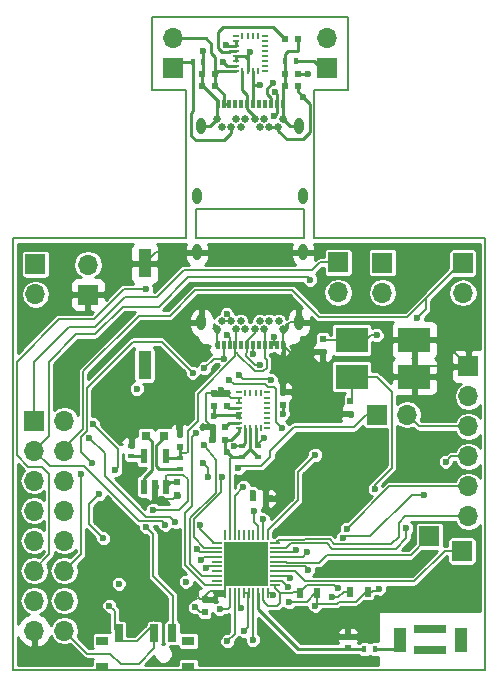
<source format=gbr>
%TF.GenerationSoftware,KiCad,Pcbnew,4.0.7*%
%TF.CreationDate,2019-02-19T19:06:54-06:00*%
%TF.ProjectId,GolfGloveMainBoardV1.0.0,476F6C66476C6F76654D61696E426F61,rev?*%
%TF.FileFunction,Copper,L1,Top,Signal*%
%FSLAX46Y46*%
G04 Gerber Fmt 4.6, Leading zero omitted, Abs format (unit mm)*
G04 Created by KiCad (PCBNEW 4.0.7) date 02/19/19 19:06:54*
%MOMM*%
%LPD*%
G01*
G04 APERTURE LIST*
%ADD10C,0.100000*%
%ADD11C,0.150000*%
%ADD12C,0.600000*%
%ADD13R,0.220000X0.810000*%
%ADD14R,0.810000X0.220000*%
%ADD15R,3.700000X3.700000*%
%ADD16O,0.800000X1.400000*%
%ADD17R,0.300000X0.700000*%
%ADD18C,0.650000*%
%ADD19R,1.700000X1.700000*%
%ADD20O,1.700000X1.700000*%
%ADD21R,2.700000X2.100000*%
%ADD22R,0.530000X0.280000*%
%ADD23R,0.280000X0.530000*%
%ADD24R,1.000000X2.000000*%
%ADD25R,2.800000X0.700000*%
%ADD26R,0.500000X0.600000*%
%ADD27R,0.600000X0.500000*%
%ADD28R,0.800000X0.750000*%
%ADD29R,0.400000X0.600000*%
%ADD30R,0.500000X0.900000*%
%ADD31R,0.600000X0.400000*%
%ADD32R,0.700000X1.500000*%
%ADD33R,1.000000X0.800000*%
%ADD34R,1.120000X2.440000*%
%ADD35R,0.558800X1.270000*%
%ADD36C,0.293370*%
%ADD37C,0.250000*%
%ADD38C,0.200000*%
%ADD39C,0.254000*%
G04 APERTURE END LIST*
D10*
D11*
X118120000Y-123130000D02*
X118120000Y-125640000D01*
X127220000Y-123130000D02*
X118120000Y-123130000D01*
X127220000Y-125640000D02*
X127220000Y-123130000D01*
X118130000Y-125640000D02*
X127220000Y-125640000D01*
X102580000Y-162200000D02*
X102570000Y-162200000D01*
X102580000Y-125640000D02*
X102580000Y-162200000D01*
X117250000Y-125640000D02*
X102580000Y-125640000D01*
X117250000Y-113080000D02*
X117250000Y-125640000D01*
X114340000Y-113080000D02*
X117250000Y-113080000D01*
X114340000Y-106880000D02*
X114340000Y-113080000D01*
X130990000Y-106880000D02*
X114340000Y-106880000D01*
X130990000Y-113080000D02*
X130990000Y-106880000D01*
X128090000Y-113080000D02*
X130990000Y-113080000D01*
X128090000Y-125650000D02*
X128090000Y-113080000D01*
X142570000Y-125650000D02*
X128090000Y-125650000D01*
X142570000Y-162200000D02*
X142570000Y-125650000D01*
X102580000Y-162200000D02*
X142570000Y-162200000D01*
D12*
X133050000Y-161550000D03*
X125650000Y-160600000D03*
X123900000Y-160200000D03*
D13*
X120550000Y-155680000D03*
X120950000Y-155680000D03*
X121350000Y-155680000D03*
X121750000Y-155680000D03*
X122150000Y-155680000D03*
X122550000Y-155680000D03*
X122950000Y-155680000D03*
X123350000Y-155680000D03*
X123750000Y-155680000D03*
X124150000Y-155680000D03*
X124150000Y-150770000D03*
X123750000Y-150770000D03*
X123350000Y-150770000D03*
X122950000Y-150770000D03*
X122550000Y-150770000D03*
X122150000Y-150770000D03*
X121750000Y-150770000D03*
X121350000Y-150770000D03*
X120950000Y-150770000D03*
X120550000Y-150770000D03*
D14*
X119895000Y-151425000D03*
X119895000Y-151825000D03*
X119895000Y-152225000D03*
X119895000Y-152625000D03*
X119895000Y-153025000D03*
X119895000Y-153425000D03*
X119895000Y-153825000D03*
X119895000Y-154225000D03*
X119895000Y-154625000D03*
X119895000Y-155025000D03*
X124805000Y-155025000D03*
X124805000Y-154625000D03*
X124805000Y-154225000D03*
X124805000Y-153825000D03*
X124805000Y-153425000D03*
X124805000Y-153025000D03*
X124805000Y-152625000D03*
X124805000Y-152225000D03*
X124805000Y-151825000D03*
X124805000Y-151425000D03*
D15*
X122350000Y-153225000D03*
D12*
X132500000Y-156550000D03*
X129850000Y-159600000D03*
X125250000Y-157750000D03*
X123000000Y-126500000D03*
X107000000Y-161000000D03*
X136000000Y-144000000D03*
X124000000Y-161350000D03*
X124350000Y-159300000D03*
X123700000Y-158650000D03*
X125000000Y-159950000D03*
X140500000Y-154500000D03*
X138500000Y-154500000D03*
X141500000Y-154500000D03*
X125900000Y-158400000D03*
X126600000Y-159000000D03*
X125450000Y-161450000D03*
X131000000Y-158000000D03*
X127150000Y-159600000D03*
X131000000Y-157000000D03*
X130000000Y-158500000D03*
X139500000Y-154500000D03*
X130000000Y-157500000D03*
X128050000Y-159600000D03*
X130200000Y-161300000D03*
X131150000Y-161300000D03*
X132000000Y-158500000D03*
X133000000Y-158500000D03*
X133000000Y-157500000D03*
X124750000Y-160750000D03*
X132150000Y-161500000D03*
X132000000Y-159500000D03*
X132000000Y-157500000D03*
X133500000Y-156500000D03*
X127400000Y-161300000D03*
X129250000Y-161300000D03*
X133000000Y-159500000D03*
X140000000Y-155500000D03*
X136000000Y-155500000D03*
X126400000Y-161200000D03*
X128300000Y-161300000D03*
X135000000Y-155500000D03*
X134500000Y-156500000D03*
X138000000Y-155500000D03*
X128950000Y-159600000D03*
X137000000Y-155500000D03*
X142000000Y-155500000D03*
X141000000Y-155500000D03*
X141500000Y-156500000D03*
X140500000Y-156500000D03*
X139500000Y-156500000D03*
X138500000Y-156500000D03*
X137500000Y-156500000D03*
X136500000Y-156500000D03*
X135500000Y-156500000D03*
X139000000Y-155500000D03*
D16*
X118535000Y-116145000D03*
D17*
X119915000Y-114235000D03*
X120415000Y-114235000D03*
X120915000Y-114235000D03*
X121415000Y-114235000D03*
X121915000Y-114235000D03*
X122415000Y-114235000D03*
X122915000Y-114235000D03*
X125415000Y-114235000D03*
X124415000Y-114235000D03*
X123915000Y-114235000D03*
X123415000Y-114235000D03*
X124915000Y-114235000D03*
D16*
X126795000Y-116145000D03*
X127155000Y-122095000D03*
X118175000Y-122095000D03*
D18*
X125465000Y-115545000D03*
X123865000Y-115545000D03*
X123065000Y-115545000D03*
X122265000Y-115545000D03*
X121465000Y-115545000D03*
X119865000Y-115545000D03*
X125065000Y-116245000D03*
X124265000Y-116245000D03*
X123465000Y-116245000D03*
X121865000Y-116245000D03*
X121065000Y-116245000D03*
X120265000Y-116245000D03*
D19*
X129165000Y-111255000D03*
D20*
X129165000Y-108715000D03*
D21*
X131260000Y-137350000D03*
X136560000Y-137350000D03*
X136560000Y-134250000D03*
X131260000Y-134250000D03*
D16*
X126805000Y-132760000D03*
D17*
X125425000Y-134670000D03*
X124925000Y-134670000D03*
X124425000Y-134670000D03*
X123925000Y-134670000D03*
X123425000Y-134670000D03*
X122925000Y-134670000D03*
X122425000Y-134670000D03*
X119925000Y-134670000D03*
X120925000Y-134670000D03*
X121425000Y-134670000D03*
X121925000Y-134670000D03*
X120425000Y-134670000D03*
D16*
X118545000Y-132760000D03*
X118185000Y-126810000D03*
X127165000Y-126810000D03*
D18*
X119875000Y-133360000D03*
X121475000Y-133360000D03*
X122275000Y-133360000D03*
X123075000Y-133360000D03*
X123875000Y-133360000D03*
X125475000Y-133360000D03*
X120275000Y-132660000D03*
X121075000Y-132660000D03*
X121875000Y-132660000D03*
X123475000Y-132660000D03*
X124275000Y-132660000D03*
X125075000Y-132660000D03*
D22*
X121445000Y-111510000D03*
D23*
X122020000Y-111475000D03*
X122450000Y-111475000D03*
X122880000Y-111475000D03*
X123310000Y-111475000D03*
D22*
X123885000Y-111510000D03*
X123885000Y-111080000D03*
X123885000Y-110650000D03*
X123885000Y-110220000D03*
X123885000Y-109790000D03*
X123885000Y-109360000D03*
X123885000Y-108930000D03*
X123885000Y-108500000D03*
D23*
X123310000Y-108535000D03*
X122880000Y-108535000D03*
X122450000Y-108535000D03*
X122020000Y-108535000D03*
D22*
X121445000Y-108500000D03*
X121445000Y-108930000D03*
X121445000Y-109360000D03*
X121445000Y-109790000D03*
X121445000Y-110220000D03*
X121445000Y-110650000D03*
X121445000Y-111080000D03*
D24*
X135337500Y-159612500D03*
X140537500Y-159612500D03*
D25*
X137937500Y-158762500D03*
X137937500Y-160462500D03*
D26*
X116697500Y-143342500D03*
X116697500Y-142242500D03*
X116472500Y-146292500D03*
X116472500Y-147392500D03*
X119610000Y-138750000D03*
X119610000Y-139850000D03*
X125410000Y-139750000D03*
X125410000Y-138650000D03*
D27*
X119460000Y-141600000D03*
X120560000Y-141600000D03*
D26*
X120710000Y-138750000D03*
X120710000Y-139850000D03*
D27*
X120560000Y-142700000D03*
X119460000Y-142700000D03*
X125615000Y-112755000D03*
X126715000Y-112755000D03*
D26*
X118835000Y-156215000D03*
X118835000Y-157315000D03*
D27*
X123990000Y-147640000D03*
X122890000Y-147640000D03*
X119715000Y-112755000D03*
X118615000Y-112755000D03*
X125615000Y-111755000D03*
X126715000Y-111755000D03*
X126715000Y-108755000D03*
X125615000Y-108755000D03*
X119715000Y-111755000D03*
X118615000Y-111755000D03*
D26*
X128830000Y-134170000D03*
X128830000Y-135270000D03*
X131150000Y-139410000D03*
X131150000Y-140510000D03*
D28*
X115372500Y-142367500D03*
X113872500Y-142367500D03*
D19*
X141140000Y-136490000D03*
D20*
X141140000Y-139030000D03*
X141140000Y-141570000D03*
X141140000Y-144110000D03*
X141140000Y-146650000D03*
X141140000Y-149190000D03*
D19*
X108940000Y-130410000D03*
D20*
X108940000Y-127870000D03*
D19*
X130120000Y-127690000D03*
D20*
X130120000Y-130230000D03*
D19*
X104490000Y-127830000D03*
D20*
X104490000Y-130370000D03*
D19*
X133860000Y-127710000D03*
D20*
X133860000Y-130250000D03*
D19*
X104390000Y-141080000D03*
D20*
X106930000Y-141080000D03*
X104390000Y-143620000D03*
X106930000Y-143620000D03*
X104390000Y-146160000D03*
X106930000Y-146160000D03*
X104390000Y-148700000D03*
X106930000Y-148700000D03*
X104390000Y-151240000D03*
X106930000Y-151240000D03*
X104390000Y-153780000D03*
X106930000Y-153780000D03*
X104390000Y-156320000D03*
X106930000Y-156320000D03*
X104390000Y-158860000D03*
X106930000Y-158860000D03*
D19*
X140600000Y-152120000D03*
X137850000Y-150890000D03*
X140680000Y-127730000D03*
D20*
X140680000Y-130270000D03*
D19*
X116165000Y-111255000D03*
D20*
X116165000Y-108715000D03*
D19*
X133420000Y-140570000D03*
D20*
X135960000Y-140570000D03*
D29*
X132350000Y-160450000D03*
X133250000Y-160450000D03*
D30*
X128350000Y-155700000D03*
X126850000Y-155700000D03*
X132625000Y-155550000D03*
X131125000Y-155550000D03*
D31*
X130950000Y-159350000D03*
X130950000Y-160250000D03*
X112622500Y-144092500D03*
X112622500Y-143192500D03*
X116722500Y-145142500D03*
X116722500Y-144242500D03*
X122010000Y-143250000D03*
X122010000Y-144150000D03*
X123360000Y-143250000D03*
X123360000Y-144150000D03*
D29*
X118715000Y-110755000D03*
X117815000Y-110755000D03*
X125615000Y-110655000D03*
X126515000Y-110655000D03*
D32*
X111550000Y-159070000D03*
X114550000Y-159070000D03*
X116050000Y-159070000D03*
D33*
X110150000Y-161930000D03*
X117450000Y-161930000D03*
X117450000Y-159720000D03*
X110150000Y-159720000D03*
D34*
X113730000Y-127755000D03*
X113730000Y-136365000D03*
D35*
X113657700Y-146662900D03*
X114597500Y-146662900D03*
X115537300Y-146662900D03*
X115537300Y-144072100D03*
X113657700Y-144072100D03*
D22*
X121690000Y-141705000D03*
D23*
X122265000Y-141670000D03*
X122695000Y-141670000D03*
X123125000Y-141670000D03*
X123555000Y-141670000D03*
D22*
X124130000Y-141705000D03*
X124130000Y-141275000D03*
X124130000Y-140845000D03*
X124130000Y-140415000D03*
X124130000Y-139985000D03*
X124130000Y-139555000D03*
X124130000Y-139125000D03*
X124130000Y-138695000D03*
D23*
X123555000Y-138730000D03*
X123125000Y-138730000D03*
X122695000Y-138730000D03*
X122265000Y-138730000D03*
D22*
X121690000Y-138695000D03*
X121690000Y-139125000D03*
X121690000Y-139555000D03*
X121690000Y-139985000D03*
X121690000Y-140415000D03*
X121690000Y-140845000D03*
X121690000Y-141275000D03*
D12*
X119340000Y-161360000D03*
X126025000Y-157250000D03*
X133875000Y-153475000D03*
X118050000Y-155800000D03*
X120180000Y-138450000D03*
X109060000Y-135020000D03*
X106880000Y-130340000D03*
X114220000Y-155420000D03*
X113865000Y-152870000D03*
X115170000Y-147740000D03*
X116680000Y-141630000D03*
X112650000Y-142530000D03*
X137230000Y-129300000D03*
X124470000Y-147640000D03*
X110760000Y-156750000D03*
X114450000Y-148610000D03*
X113710000Y-136380000D03*
X119610000Y-140700000D03*
X120710000Y-143750000D03*
X127570000Y-153720000D03*
X118020000Y-156880000D03*
X122880000Y-147170000D03*
X113070000Y-138400000D03*
X120670000Y-132070000D03*
X111530000Y-154890000D03*
X117230000Y-154710000D03*
X125410000Y-140500000D03*
X124720000Y-133960000D03*
X123750000Y-149440000D03*
X128180000Y-143970000D03*
X127565000Y-111755000D03*
X120365000Y-110755000D03*
X120750000Y-159750000D03*
X133380000Y-133850000D03*
X126040000Y-154390000D03*
X125900000Y-155160000D03*
X133230000Y-146870000D03*
X122900000Y-159640000D03*
X121925000Y-156950000D03*
X128175000Y-156750000D03*
X133600000Y-155300000D03*
X125970000Y-156450000D03*
X122175000Y-158900000D03*
X130075000Y-155250000D03*
X124600000Y-155875000D03*
X129600000Y-156050000D03*
X121670000Y-145090000D03*
X113890000Y-150120000D03*
X118750000Y-143180000D03*
X122930000Y-135450000D03*
X121320000Y-143260000D03*
X120290000Y-145870000D03*
X119100000Y-145840000D03*
X118680000Y-144630000D03*
X123520000Y-136380000D03*
X123840000Y-142540000D03*
X135900000Y-150170000D03*
X139210000Y-144560000D03*
X137380000Y-147390000D03*
X130520000Y-151010000D03*
X127500000Y-152240000D03*
X130850000Y-150240000D03*
X126530000Y-152030000D03*
X124565000Y-112455000D03*
X108340000Y-145560000D03*
X109260000Y-144690000D03*
X117800000Y-137020000D03*
X125350000Y-141710000D03*
X120920000Y-137630000D03*
X120670000Y-133800000D03*
X122100000Y-146700000D03*
X120075000Y-157050000D03*
X118050000Y-142170000D03*
X123465000Y-112655000D03*
X122665000Y-109855000D03*
X127165000Y-113655000D03*
X124665000Y-115255000D03*
X124765000Y-113255000D03*
X118900000Y-153580000D03*
X113890000Y-129940000D03*
X118800000Y-136640000D03*
X120420000Y-135860000D03*
X121700000Y-137180000D03*
X124430000Y-137660000D03*
X109060000Y-142550000D03*
X116340000Y-149690000D03*
X118150000Y-151950000D03*
X104390000Y-141080000D03*
X109360000Y-141390000D03*
X111220000Y-145290000D03*
X109880000Y-147290000D03*
X110250000Y-151060000D03*
X118490000Y-152910000D03*
X118440000Y-149940000D03*
X115470000Y-149880000D03*
X127740000Y-129140000D03*
X136830000Y-132390000D03*
X123010000Y-148760000D03*
X118665000Y-109755000D03*
X120665000Y-109255000D03*
D36*
X135337500Y-159612500D02*
X135337500Y-159912500D01*
X135337500Y-159912500D02*
X135250000Y-160450000D01*
X133250000Y-160450000D02*
X135250000Y-160450000D01*
D11*
X121425000Y-134670000D02*
X121425000Y-135625000D01*
X121425000Y-135625000D02*
X118250000Y-138800000D01*
X117280000Y-143840000D02*
X116697500Y-143840000D01*
X117380000Y-143740000D02*
X117280000Y-143840000D01*
X117380000Y-141960000D02*
X117380000Y-143740000D01*
X118250000Y-141090000D02*
X117380000Y-141960000D01*
X118250000Y-138800000D02*
X118250000Y-141090000D01*
X123925000Y-134670000D02*
X123925000Y-135795000D01*
X121425000Y-135285000D02*
X121425000Y-134670000D01*
X121610000Y-135470000D02*
X121425000Y-135285000D01*
X121610000Y-135490000D02*
X121610000Y-135470000D01*
X123040000Y-136920000D02*
X121610000Y-135490000D01*
X123770000Y-136920000D02*
X123040000Y-136920000D01*
X124090000Y-136600000D02*
X123770000Y-136920000D01*
X124090000Y-135960000D02*
X124090000Y-136600000D01*
X123925000Y-135795000D02*
X124090000Y-135960000D01*
X121475000Y-133360000D02*
X121475000Y-134620000D01*
X121475000Y-134620000D02*
X121425000Y-134670000D01*
X123925000Y-134670000D02*
X123925000Y-133410000D01*
X123925000Y-133410000D02*
X123875000Y-133360000D01*
D37*
X116697500Y-143342500D02*
X116697500Y-143840000D01*
X116697500Y-143840000D02*
X116697500Y-144217500D01*
X116697500Y-144217500D02*
X116722500Y-144242500D01*
X116722500Y-144242500D02*
X115707700Y-144242500D01*
X115707700Y-144242500D02*
X115537300Y-144072100D01*
D11*
X118835000Y-156215000D02*
X118465000Y-156215000D01*
X118465000Y-156215000D02*
X118050000Y-155800000D01*
X118835000Y-156215000D02*
X118835000Y-155925000D01*
X118835000Y-155925000D02*
X119230000Y-155530000D01*
X119230000Y-155530000D02*
X120400000Y-155530000D01*
X120400000Y-155530000D02*
X120550000Y-155680000D01*
X120550000Y-155680000D02*
X120550000Y-155025000D01*
X120550000Y-155025000D02*
X122350000Y-153225000D01*
X119610000Y-138750000D02*
X118990000Y-138750000D01*
X118960000Y-141100000D02*
X119460000Y-141600000D01*
X118960000Y-138780000D02*
X118960000Y-141100000D01*
X118990000Y-138750000D02*
X118960000Y-138780000D01*
X119460000Y-142700000D02*
X119460000Y-141600000D01*
X119875000Y-133360000D02*
X119875000Y-134620000D01*
X119875000Y-134620000D02*
X119925000Y-134670000D01*
X119610000Y-138750000D02*
X119880000Y-138750000D01*
X119880000Y-138750000D02*
X120180000Y-138450000D01*
X121690000Y-139555000D02*
X121690000Y-139125000D01*
X119610000Y-138750000D02*
X120710000Y-138750000D01*
X120710000Y-138750000D02*
X121085000Y-139125000D01*
X121085000Y-139125000D02*
X121260000Y-139125000D01*
X121260000Y-139125000D02*
X121690000Y-139125000D01*
X118185000Y-126810000D02*
X114675000Y-126810000D01*
X114675000Y-126810000D02*
X113730000Y-127755000D01*
X106950000Y-130410000D02*
X108940000Y-130410000D01*
X106880000Y-130340000D02*
X106950000Y-130410000D01*
X116472500Y-147392500D02*
X116472500Y-147407500D01*
X116472500Y-147407500D02*
X116140000Y-147740000D01*
X116140000Y-147740000D02*
X115170000Y-147740000D01*
X115170000Y-147740000D02*
X114920000Y-147740000D01*
X114920000Y-147740000D02*
X114597500Y-147417500D01*
X114597500Y-147417500D02*
X114597500Y-146662900D01*
X116697500Y-142242500D02*
X116697500Y-141647500D01*
X116697500Y-141647500D02*
X116680000Y-141630000D01*
X112622500Y-143192500D02*
X112622500Y-142692500D01*
X112650000Y-142665000D02*
X112650000Y-142530000D01*
X112622500Y-142692500D02*
X112650000Y-142665000D01*
X136560000Y-134250000D02*
X138900000Y-134250000D01*
X138900000Y-134250000D02*
X141140000Y-136490000D01*
X136560000Y-134250000D02*
X136560000Y-137350000D01*
X136560000Y-137350000D02*
X137420000Y-136490000D01*
X137420000Y-136490000D02*
X141140000Y-136490000D01*
X123990000Y-147640000D02*
X124470000Y-147640000D01*
X128830000Y-135270000D02*
X126025000Y-135270000D01*
X126025000Y-135270000D02*
X125425000Y-134670000D01*
X128830000Y-135270000D02*
X128830000Y-138190000D01*
X130450000Y-140510000D02*
X131150000Y-140510000D01*
X130420000Y-140480000D02*
X130450000Y-140510000D01*
X130420000Y-139780000D02*
X130420000Y-140480000D01*
X128830000Y-138190000D02*
X130420000Y-139780000D01*
X126805000Y-132760000D02*
X126075000Y-132760000D01*
X126075000Y-132760000D02*
X125475000Y-133360000D01*
X125425000Y-134670000D02*
X125425000Y-138635000D01*
X125425000Y-138635000D02*
X125410000Y-138650000D01*
X125425000Y-134670000D02*
X125425000Y-133410000D01*
X125425000Y-133410000D02*
X125475000Y-133360000D01*
D38*
X111200000Y-158720000D02*
X111200000Y-157190000D01*
X110760000Y-156750000D02*
X111200000Y-157190000D01*
X116670000Y-148610000D02*
X114450000Y-148610000D01*
X117370000Y-147910000D02*
X116670000Y-148610000D01*
X117370000Y-146030000D02*
X117370000Y-147910000D01*
X117020000Y-145680000D02*
X117370000Y-146030000D01*
X115650000Y-145680000D02*
X117020000Y-145680000D01*
X115537300Y-145792700D02*
X115650000Y-145680000D01*
X115537300Y-145792700D02*
X115537300Y-146662900D01*
X111200000Y-158720000D02*
X111550000Y-159070000D01*
D37*
X116472500Y-146292500D02*
X115907700Y-146292500D01*
X115907700Y-146292500D02*
X115537300Y-146662900D01*
D11*
X111850000Y-159770000D02*
X113060000Y-159770000D01*
X113710000Y-136380000D02*
X113725000Y-136365000D01*
X113725000Y-136365000D02*
X113730000Y-136365000D01*
X124805000Y-153425000D02*
X127275000Y-153425000D01*
X127275000Y-153425000D02*
X127570000Y-153720000D01*
X118835000Y-157315000D02*
X118455000Y-157315000D01*
X118455000Y-157315000D02*
X118020000Y-156880000D01*
X122890000Y-147640000D02*
X122890000Y-147180000D01*
X122890000Y-147180000D02*
X122880000Y-147170000D01*
X120950000Y-150770000D02*
X120950000Y-144310000D01*
X120950000Y-144310000D02*
X121110000Y-144150000D01*
X121075000Y-132660000D02*
X121075000Y-132475000D01*
X121075000Y-132475000D02*
X120670000Y-132070000D01*
X120275000Y-132660000D02*
X121075000Y-132660000D01*
D37*
X120710000Y-143750000D02*
X121110000Y-144150000D01*
X121110000Y-144150000D02*
X122010000Y-144150000D01*
X120560000Y-142700000D02*
X120560000Y-143600000D01*
X120560000Y-143600000D02*
X120710000Y-143750000D01*
X121690000Y-141705000D02*
X121690000Y-142020000D01*
X121010000Y-142700000D02*
X120560000Y-142700000D01*
X121690000Y-142020000D02*
X121010000Y-142700000D01*
X122695000Y-143465000D02*
X122695000Y-143485000D01*
X122695000Y-143485000D02*
X123360000Y-144150000D01*
X122695000Y-141670000D02*
X122695000Y-143465000D01*
X122695000Y-143465000D02*
X122010000Y-144150000D01*
X121690000Y-140600000D02*
X119710000Y-140600000D01*
X119710000Y-140600000D02*
X119610000Y-140700000D01*
X119610000Y-140700000D02*
X119610000Y-139850000D01*
X121690000Y-140415000D02*
X121690000Y-140600000D01*
X121690000Y-140600000D02*
X121690000Y-140845000D01*
X125410000Y-140500000D02*
X125410000Y-139750000D01*
D11*
X124650000Y-134030000D02*
X124720000Y-133960000D01*
X124650000Y-134030000D02*
X124650000Y-134670000D01*
X124425000Y-134670000D02*
X124650000Y-134670000D01*
X124650000Y-134670000D02*
X124680000Y-134670000D01*
X124680000Y-134670000D02*
X124925000Y-134670000D01*
D37*
X121690000Y-141275000D02*
X120885000Y-141275000D01*
X120885000Y-141275000D02*
X120560000Y-141600000D01*
D11*
X123750000Y-149440000D02*
X123750000Y-150770000D01*
X126710000Y-145440000D02*
X128180000Y-143970000D01*
X126710000Y-147790000D02*
X126710000Y-145440000D01*
X124150000Y-150770000D02*
X124150000Y-150350000D01*
X124150000Y-150350000D02*
X126710000Y-147790000D01*
D37*
X121690000Y-139985000D02*
X120845000Y-139985000D01*
X120845000Y-139985000D02*
X120710000Y-139850000D01*
X121445000Y-111080000D02*
X120690000Y-111080000D01*
X127565000Y-111755000D02*
X126715000Y-111755000D01*
X120690000Y-111080000D02*
X120365000Y-110755000D01*
X121445000Y-109790000D02*
X120930000Y-109790000D01*
X124615000Y-107755000D02*
X125615000Y-108755000D01*
X120365000Y-107755000D02*
X124615000Y-107755000D01*
X119965000Y-108155000D02*
X120365000Y-107755000D01*
X119965000Y-109555000D02*
X119965000Y-108155000D01*
X120265000Y-109855000D02*
X119965000Y-109555000D01*
X120865000Y-109855000D02*
X120265000Y-109855000D01*
X120930000Y-109790000D02*
X120865000Y-109855000D01*
D11*
X120750000Y-159750000D02*
X121350000Y-159150000D01*
X121350000Y-155680000D02*
X121350000Y-159150000D01*
X132500000Y-134250000D02*
X132900000Y-133850000D01*
X132900000Y-133850000D02*
X133380000Y-133850000D01*
X124805000Y-154225000D02*
X125875000Y-154225000D01*
X125875000Y-154225000D02*
X126040000Y-154390000D01*
X131260000Y-134250000D02*
X132500000Y-134250000D01*
X131260000Y-134250000D02*
X128910000Y-134250000D01*
X128910000Y-134250000D02*
X128830000Y-134170000D01*
X124805000Y-154625000D02*
X125355000Y-154625000D01*
X125890000Y-155160000D02*
X125900000Y-155160000D01*
X125355000Y-154625000D02*
X125890000Y-155160000D01*
X131260000Y-137350000D02*
X133370000Y-137350000D01*
X133230000Y-146510000D02*
X133230000Y-146870000D01*
X134690000Y-145050000D02*
X133230000Y-146510000D01*
X134690000Y-138670000D02*
X134690000Y-145050000D01*
X133370000Y-137350000D02*
X134690000Y-138670000D01*
X131260000Y-137350000D02*
X131260000Y-139300000D01*
X131260000Y-139300000D02*
X131150000Y-139410000D01*
X122928313Y-156091687D02*
X122928313Y-155680000D01*
X122900000Y-156120000D02*
X122928313Y-156091687D01*
X122900000Y-156830000D02*
X122900000Y-156120000D01*
X122900000Y-159640000D02*
X122900000Y-156830000D01*
X122928313Y-155680000D02*
X122950000Y-155680000D01*
X122928313Y-155680000D02*
X122950000Y-155680000D01*
X122928313Y-155701687D02*
X122950000Y-155680000D01*
X122928313Y-155680000D02*
X122950000Y-155680000D01*
X132625000Y-155550000D02*
X132450000Y-155550000D01*
X132450000Y-155550000D02*
X131600000Y-156400000D01*
X128325000Y-156600000D02*
X128175000Y-156750000D01*
X130000000Y-156600000D02*
X128325000Y-156600000D01*
X130200000Y-156400000D02*
X130000000Y-156600000D01*
X131600000Y-156400000D02*
X130200000Y-156400000D01*
X121750000Y-155680000D02*
X121750000Y-156775000D01*
X121750000Y-156775000D02*
X121925000Y-156950000D01*
X128350000Y-155700000D02*
X128350000Y-156575000D01*
X128350000Y-156575000D02*
X128175000Y-156750000D01*
X132625000Y-155550000D02*
X133400000Y-155500000D01*
X133400000Y-155500000D02*
X133600000Y-155300000D01*
X128200000Y-155700000D02*
X127450000Y-156450000D01*
X127450000Y-156450000D02*
X125970000Y-156450000D01*
X128350000Y-155700000D02*
X128200000Y-155700000D01*
X122500000Y-158575000D02*
X122500000Y-155730000D01*
X122175000Y-158900000D02*
X122500000Y-158575000D01*
X122500000Y-155730000D02*
X122550000Y-155680000D01*
X122150000Y-155680000D02*
X122550000Y-155680000D01*
X126850000Y-155700000D02*
X126850000Y-155575000D01*
X126850000Y-155575000D02*
X127444998Y-154980002D01*
X127444998Y-154980002D02*
X129805002Y-154980002D01*
X129805002Y-154980002D02*
X130075000Y-155250000D01*
X126830000Y-155550000D02*
X126360000Y-155550000D01*
X126210000Y-155700000D02*
X126360000Y-155550000D01*
X126210000Y-155700000D02*
X125230000Y-155700000D01*
X126830000Y-155550000D02*
X126840000Y-155540000D01*
X124805000Y-155025000D02*
X124805000Y-155235000D01*
X124805000Y-155235000D02*
X125230000Y-155660000D01*
X125230000Y-155660000D02*
X125230000Y-155700000D01*
X123771687Y-156251687D02*
X123771687Y-155680000D01*
X125230000Y-155700000D02*
X125230000Y-156520000D01*
X125230000Y-156520000D02*
X124970000Y-156780000D01*
X124970000Y-156780000D02*
X124150000Y-156780000D01*
X124150000Y-156780000D02*
X123830000Y-156460000D01*
X123830000Y-156460000D02*
X123830000Y-156310000D01*
X123830000Y-156310000D02*
X123771687Y-156251687D01*
X123771687Y-155680000D02*
X123750000Y-155680000D01*
X124405000Y-155680000D02*
X124150000Y-155680000D01*
X124600000Y-155875000D02*
X124405000Y-155680000D01*
X131125000Y-155550000D02*
X130625000Y-155550000D01*
X130125000Y-156050000D02*
X129600000Y-156050000D01*
X130625000Y-155550000D02*
X130125000Y-156050000D01*
D38*
X116100000Y-157125000D02*
X116100000Y-159020000D01*
X116100000Y-159020000D02*
X116050000Y-159070000D01*
X133420000Y-140570000D02*
X132490000Y-140570000D01*
X121850000Y-144910000D02*
X121670000Y-145090000D01*
X123620000Y-144910000D02*
X121850000Y-144910000D01*
X124340000Y-144190000D02*
X123620000Y-144910000D01*
X124340000Y-143690000D02*
X124340000Y-144190000D01*
X126400000Y-141630000D02*
X124340000Y-143690000D01*
X131430000Y-141630000D02*
X126400000Y-141630000D01*
X132490000Y-140570000D02*
X131430000Y-141630000D01*
X116100000Y-157190000D02*
X116100000Y-157125000D01*
X116100000Y-157125000D02*
X116100000Y-155900000D01*
X114460000Y-150690000D02*
X113890000Y-150120000D01*
X114460000Y-154260000D02*
X114460000Y-150690000D01*
X116100000Y-155900000D02*
X114460000Y-154260000D01*
D37*
X115372500Y-142367500D02*
X115372500Y-142517500D01*
X115372500Y-142517500D02*
X114722500Y-143167500D01*
X114722500Y-143167500D02*
X114722500Y-144892500D01*
X114722500Y-144892500D02*
X114972500Y-145142500D01*
X114972500Y-145142500D02*
X116722500Y-145142500D01*
X113657700Y-146662900D02*
X113657700Y-145957300D01*
X114322498Y-142817498D02*
X113872500Y-142367500D01*
X114322498Y-145292502D02*
X114322498Y-142817498D01*
X113657700Y-145957300D02*
X114322498Y-145292502D01*
D11*
X119895000Y-154225000D02*
X118575000Y-154225000D01*
X119740000Y-144380000D02*
X118750000Y-143180000D01*
X119740000Y-147180000D02*
X119740000Y-144380000D01*
X117580000Y-149340000D02*
X119740000Y-147180000D01*
X117580000Y-153230000D02*
X117580000Y-149340000D01*
X118575000Y-154225000D02*
X117580000Y-153230000D01*
X122925000Y-135445000D02*
X122925000Y-134670000D01*
X122930000Y-135450000D02*
X122925000Y-135445000D01*
X122010000Y-143250000D02*
X121330000Y-143250000D01*
X121330000Y-143250000D02*
X121320000Y-143260000D01*
D37*
X122265000Y-141670000D02*
X122265000Y-142995000D01*
X122265000Y-142995000D02*
X122010000Y-143250000D01*
D11*
X118795000Y-151825000D02*
X119895000Y-151825000D01*
X117900000Y-150930000D02*
X118795000Y-151825000D01*
X117900000Y-149444266D02*
X117900000Y-150930000D01*
X120200000Y-147144266D02*
X117900000Y-149444266D01*
X120200000Y-145960000D02*
X120200000Y-147144266D01*
X120290000Y-145870000D02*
X120200000Y-145960000D01*
X119100000Y-145050000D02*
X119100000Y-145840000D01*
X118680000Y-144630000D02*
X119100000Y-145050000D01*
X122425000Y-134670000D02*
X122425000Y-134335000D01*
X122425000Y-134335000D02*
X123075000Y-133685000D01*
X123075000Y-133685000D02*
X123075000Y-133360000D01*
X122425000Y-134670000D02*
X122425000Y-135275000D01*
X123040000Y-136380000D02*
X123520000Y-136380000D01*
X122290000Y-135630000D02*
X123040000Y-136380000D01*
X122290000Y-135410000D02*
X122290000Y-135630000D01*
X122425000Y-135275000D02*
X122290000Y-135410000D01*
X123360000Y-143020000D02*
X123360000Y-143250000D01*
X123840000Y-142540000D02*
X123360000Y-143020000D01*
D37*
X123125000Y-141670000D02*
X123125000Y-143065000D01*
X123125000Y-143065000D02*
X123310000Y-143250000D01*
D11*
X124805000Y-151825000D02*
X125745000Y-151825000D01*
X125745000Y-151825000D02*
X126090000Y-151480000D01*
X129150000Y-151480000D02*
X129580000Y-151910000D01*
X126090000Y-151480000D02*
X129150000Y-151480000D01*
X135900000Y-151040000D02*
X135900000Y-150170000D01*
X135030000Y-151910000D02*
X135900000Y-151040000D01*
X129580000Y-151910000D02*
X135030000Y-151910000D01*
X141140000Y-141570000D02*
X136960000Y-141570000D01*
X136960000Y-141570000D02*
X135960000Y-140570000D01*
X124805000Y-152625000D02*
X127115000Y-152625000D01*
X139660000Y-144110000D02*
X141140000Y-144110000D01*
X139210000Y-144560000D02*
X139660000Y-144110000D01*
X136340000Y-147390000D02*
X137380000Y-147390000D01*
X132850000Y-150880000D02*
X136340000Y-147390000D01*
X130650000Y-150880000D02*
X132850000Y-150880000D01*
X130520000Y-151010000D02*
X130650000Y-150880000D01*
X127115000Y-152625000D02*
X127500000Y-152240000D01*
X141140000Y-144110000D02*
X141140000Y-144220000D01*
X124805000Y-152225000D02*
X126335000Y-152225000D01*
X134440000Y-146650000D02*
X141140000Y-146650000D01*
X130850000Y-150240000D02*
X134440000Y-146650000D01*
X126335000Y-152225000D02*
X126530000Y-152030000D01*
X125078247Y-151159376D02*
X124880000Y-151350000D01*
X124880000Y-151350000D02*
X124805000Y-151425000D01*
X141140000Y-149190000D02*
X135790000Y-149190000D01*
X129398974Y-151138974D02*
X125078247Y-151159376D01*
X125078247Y-151159376D02*
X125053247Y-151159376D01*
X129810000Y-151550000D02*
X129398974Y-151138974D01*
X134630000Y-151550000D02*
X129810000Y-151550000D01*
X135260000Y-150920000D02*
X134630000Y-151550000D01*
X135260000Y-149720000D02*
X135260000Y-150920000D01*
X135790000Y-149190000D02*
X135260000Y-149720000D01*
D37*
X124415000Y-114235000D02*
X124415000Y-113805000D01*
X124065000Y-112955000D02*
X124565000Y-112455000D01*
X124065000Y-113455000D02*
X124065000Y-112955000D01*
X124415000Y-113805000D02*
X124065000Y-113455000D01*
X117815000Y-110755000D02*
X117815000Y-114905000D01*
X121065000Y-116755000D02*
X121065000Y-116245000D01*
X120465000Y-117355000D02*
X121065000Y-116755000D01*
X118065000Y-117355000D02*
X120465000Y-117355000D01*
X117665000Y-116955000D02*
X118065000Y-117355000D01*
X117665000Y-115055000D02*
X117665000Y-116955000D01*
X117815000Y-114905000D02*
X117665000Y-115055000D01*
X117815000Y-110755000D02*
X116665000Y-110755000D01*
X116665000Y-110755000D02*
X116165000Y-111255000D01*
D11*
X108350000Y-152360000D02*
X106930000Y-153780000D01*
X108350000Y-145570000D02*
X108350000Y-152360000D01*
X108340000Y-145560000D02*
X108350000Y-145570000D01*
X108330000Y-143760000D02*
X109260000Y-144690000D01*
X108330000Y-142440000D02*
X108330000Y-143760000D01*
X108820002Y-141949998D02*
X108330000Y-142440000D01*
X108820002Y-138329998D02*
X108820002Y-141949998D01*
X112760000Y-134390000D02*
X108820002Y-138329998D01*
X115170000Y-134390000D02*
X112760000Y-134390000D01*
X117800000Y-137020000D02*
X115170000Y-134390000D01*
X120925000Y-134670000D02*
X120925000Y-134055000D01*
X124830000Y-141190000D02*
X125350000Y-141710000D01*
X124830000Y-138380000D02*
X124830000Y-141190000D01*
X124680000Y-138230000D02*
X124830000Y-138380000D01*
X124170000Y-138230000D02*
X124680000Y-138230000D01*
X123920000Y-137980000D02*
X124170000Y-138230000D01*
X121270000Y-137980000D02*
X123920000Y-137980000D01*
X120920000Y-137630000D02*
X121270000Y-137980000D01*
X120925000Y-134055000D02*
X120670000Y-133800000D01*
X121350000Y-147450000D02*
X121350000Y-150770000D01*
X122100000Y-146700000D02*
X121350000Y-147450000D01*
X114550000Y-159070000D02*
X114550000Y-160350000D01*
X108870000Y-160800000D02*
X106930000Y-158860000D01*
X110825000Y-160800000D02*
X108870000Y-160800000D01*
X111700000Y-161675000D02*
X110825000Y-160800000D01*
X113225000Y-161675000D02*
X111700000Y-161675000D01*
X114550000Y-160350000D02*
X113225000Y-161675000D01*
X106930000Y-158860000D02*
X107660000Y-158860000D01*
X113060000Y-159770000D02*
X114480000Y-158350000D01*
X124805000Y-153825000D02*
X126455000Y-153825000D01*
X139140000Y-152120000D02*
X140600000Y-152120000D01*
X136580000Y-154680000D02*
X139140000Y-152120000D01*
X127310000Y-154680000D02*
X136580000Y-154680000D01*
X126455000Y-153825000D02*
X127310000Y-154680000D01*
X124805000Y-153025000D02*
X125675000Y-153025000D01*
X125675000Y-153025000D02*
X125750000Y-153100000D01*
X136260000Y-152480000D02*
X137850000Y-150890000D01*
X129160000Y-152480000D02*
X136260000Y-152480000D01*
X128540000Y-153100000D02*
X129160000Y-152480000D01*
X125750000Y-153100000D02*
X128540000Y-153100000D01*
D36*
X130950000Y-160250000D02*
X130950000Y-160437500D01*
X129987500Y-160437500D02*
X131837500Y-160437500D01*
X127637500Y-160437500D02*
X129987500Y-160437500D01*
X131850000Y-160450000D02*
X132350000Y-160450000D01*
X131837500Y-160437500D02*
X131850000Y-160450000D01*
X123350000Y-155680000D02*
X123350000Y-157025000D01*
X123350000Y-157025000D02*
X126762500Y-160437500D01*
X126762500Y-160437500D02*
X127637500Y-160437500D01*
D11*
X120950000Y-155680000D02*
X120950000Y-156900000D01*
X120800000Y-157050000D02*
X120075000Y-157050000D01*
X120950000Y-156900000D02*
X120800000Y-157050000D01*
D37*
X113657700Y-144072100D02*
X112642900Y-144072100D01*
X112642900Y-144072100D02*
X112622500Y-144092500D01*
X113637300Y-144092500D02*
X113657700Y-144072100D01*
D11*
X119895000Y-155025000D02*
X118865000Y-155025000D01*
X117740000Y-142480000D02*
X118050000Y-142170000D01*
X117740000Y-148290000D02*
X117740000Y-142480000D01*
X117170000Y-148860000D02*
X117740000Y-148290000D01*
X117170000Y-153330000D02*
X117170000Y-148860000D01*
X118865000Y-155025000D02*
X117170000Y-153330000D01*
D37*
X122415000Y-114235000D02*
X122415000Y-114705000D01*
X122415000Y-114705000D02*
X123065000Y-115355000D01*
X123065000Y-115355000D02*
X123065000Y-115545000D01*
X122415000Y-114235000D02*
X122415000Y-113505000D01*
X122020000Y-113110000D02*
X122020000Y-111475000D01*
X122415000Y-113505000D02*
X122020000Y-113110000D01*
X122880000Y-112655000D02*
X123465000Y-112655000D01*
X122880000Y-111475000D02*
X122880000Y-112655000D01*
X122880000Y-112655000D02*
X122880000Y-114200000D01*
X122880000Y-114200000D02*
X122915000Y-114235000D01*
X119715000Y-111755000D02*
X119715000Y-110305000D01*
X118925000Y-108715000D02*
X116165000Y-108715000D01*
X119365000Y-109155000D02*
X118925000Y-108715000D01*
X119365000Y-109955000D02*
X119365000Y-109155000D01*
X119715000Y-110305000D02*
X119365000Y-109955000D01*
X122450000Y-110440000D02*
X122450000Y-110070000D01*
X122450000Y-110070000D02*
X122665000Y-109855000D01*
X122450000Y-111475000D02*
X122450000Y-110440000D01*
X122230000Y-110220000D02*
X121445000Y-110220000D01*
X122450000Y-110440000D02*
X122230000Y-110220000D01*
X125065000Y-116245000D02*
X125065000Y-116555000D01*
X125065000Y-116555000D02*
X125765000Y-117255000D01*
X126715000Y-113205000D02*
X127165000Y-113655000D01*
X126715000Y-112755000D02*
X126715000Y-113205000D01*
X127765000Y-114255000D02*
X127165000Y-113655000D01*
X127765000Y-116655000D02*
X127765000Y-114255000D01*
X127165000Y-117255000D02*
X127765000Y-116655000D01*
X125765000Y-117255000D02*
X127165000Y-117255000D01*
X125065000Y-116245000D02*
X124265000Y-116245000D01*
X121445000Y-111510000D02*
X120415000Y-111510000D01*
X120415000Y-111510000D02*
X119960000Y-111510000D01*
X119960000Y-111510000D02*
X119715000Y-111755000D01*
X121445000Y-110650000D02*
X121445000Y-110220000D01*
X120415000Y-114235000D02*
X120915000Y-114235000D01*
X120415000Y-114235000D02*
X120415000Y-113455000D01*
X120415000Y-113455000D02*
X119715000Y-112755000D01*
X119715000Y-111755000D02*
X119715000Y-112755000D01*
X124915000Y-114235000D02*
X124915000Y-115005000D01*
X124915000Y-115005000D02*
X124665000Y-115255000D01*
X124915000Y-114235000D02*
X124915000Y-113505000D01*
X124915000Y-113505000D02*
X124765000Y-113255000D01*
X129165000Y-111255000D02*
X128665000Y-111255000D01*
X128665000Y-111255000D02*
X128065000Y-110655000D01*
X128065000Y-110655000D02*
X126515000Y-110655000D01*
D11*
X119895000Y-153425000D02*
X119055000Y-153425000D01*
X119055000Y-153425000D02*
X118900000Y-153580000D01*
X104390000Y-153780000D02*
X104390000Y-153690000D01*
X104390000Y-153690000D02*
X105670000Y-152410000D01*
X105670000Y-152410000D02*
X105670000Y-145630000D01*
X105670000Y-145630000D02*
X105010000Y-144970000D01*
X105010000Y-144970000D02*
X103860000Y-144970000D01*
X103860000Y-144970000D02*
X102900000Y-144010000D01*
X102900000Y-144010000D02*
X102900000Y-136090000D01*
X102900000Y-136090000D02*
X106490000Y-132500000D01*
X106490000Y-132500000D02*
X109420000Y-132500000D01*
X109420000Y-132500000D02*
X111980000Y-129940000D01*
X111980000Y-129940000D02*
X113890000Y-129940000D01*
X118800000Y-136640000D02*
X119580000Y-135860000D01*
X119580000Y-135860000D02*
X120420000Y-135860000D01*
X120425000Y-135855000D02*
X120425000Y-134670000D01*
X120420000Y-135860000D02*
X120425000Y-135855000D01*
X122090000Y-137570000D02*
X121700000Y-137180000D01*
X124340000Y-137570000D02*
X122090000Y-137570000D01*
X124430000Y-137660000D02*
X124340000Y-137570000D01*
X119895000Y-152225000D02*
X118425000Y-152225000D01*
X110350000Y-143840000D02*
X109060000Y-142550000D01*
X110350000Y-145760000D02*
X110350000Y-143840000D01*
X113810000Y-149220000D02*
X110350000Y-145760000D01*
X115870000Y-149220000D02*
X113810000Y-149220000D01*
X116340000Y-149690000D02*
X115870000Y-149220000D01*
X118425000Y-152225000D02*
X118150000Y-151950000D01*
X130120000Y-127690000D02*
X128550000Y-127690000D01*
X104390000Y-136090000D02*
X104390000Y-141080000D01*
X107300000Y-133180000D02*
X104390000Y-136090000D01*
X109520000Y-133180000D02*
X107300000Y-133180000D01*
X112090000Y-130610000D02*
X109520000Y-133180000D01*
X114750000Y-130610000D02*
X112090000Y-130610000D01*
X117040000Y-128320000D02*
X114750000Y-130610000D01*
X127920000Y-128320000D02*
X117040000Y-128320000D01*
X128550000Y-127690000D02*
X127920000Y-128320000D01*
X119895000Y-152625000D02*
X118775000Y-152625000D01*
X111470000Y-143500000D02*
X109360000Y-141390000D01*
X111470000Y-145040000D02*
X111470000Y-143500000D01*
X111220000Y-145290000D02*
X111470000Y-145040000D01*
X109000000Y-148170000D02*
X109880000Y-147290000D01*
X109000000Y-149810000D02*
X109000000Y-148170000D01*
X110250000Y-151060000D02*
X109000000Y-149810000D01*
X118775000Y-152625000D02*
X118490000Y-152910000D01*
X119895000Y-151425000D02*
X119635000Y-151425000D01*
X119635000Y-151425000D02*
X118440000Y-150230000D01*
X118440000Y-150230000D02*
X118440000Y-149940000D01*
X115470000Y-149880000D02*
X115170000Y-149580000D01*
X115170000Y-149580000D02*
X113280000Y-149580000D01*
X113280000Y-149580000D02*
X108640000Y-144940000D01*
X108640000Y-144940000D02*
X105710000Y-144940000D01*
X105710000Y-144940000D02*
X104390000Y-143620000D01*
X105600000Y-142410000D02*
X104390000Y-143620000D01*
X105600000Y-136080000D02*
X105600000Y-142410000D01*
X107910000Y-133770000D02*
X105600000Y-136080000D01*
X109560000Y-133770000D02*
X107910000Y-133770000D01*
X111880000Y-131450000D02*
X109560000Y-133770000D01*
X114920000Y-131450000D02*
X111880000Y-131450000D01*
X117410000Y-128960000D02*
X114920000Y-131450000D01*
X127560000Y-128960000D02*
X117410000Y-128960000D01*
X127740000Y-129140000D02*
X127560000Y-128960000D01*
X123350000Y-150770000D02*
X123350000Y-150030000D01*
X137555000Y-131665000D02*
X137555000Y-130725000D01*
X136830000Y-132390000D02*
X137555000Y-131665000D01*
X123010000Y-149690000D02*
X123010000Y-148760000D01*
X123350000Y-150030000D02*
X123010000Y-149690000D01*
X106930000Y-143620000D02*
X106930000Y-143370000D01*
X106930000Y-143370000D02*
X108520000Y-141780000D01*
X108520000Y-141780000D02*
X108520000Y-136920000D01*
X108520000Y-136920000D02*
X113250000Y-132190000D01*
X113250000Y-132190000D02*
X115870000Y-132190000D01*
X115870000Y-132190000D02*
X118030000Y-130030000D01*
X118030000Y-130030000D02*
X126200000Y-130030000D01*
X126200000Y-130030000D02*
X128470000Y-132300000D01*
X128470000Y-132300000D02*
X135980000Y-132300000D01*
X135980000Y-132300000D02*
X137555000Y-130725000D01*
X137555000Y-130725000D02*
X140550000Y-127730000D01*
X140550000Y-127730000D02*
X140680000Y-127730000D01*
D37*
X126795000Y-116145000D02*
X126065000Y-116145000D01*
X126065000Y-116145000D02*
X125465000Y-115545000D01*
X118535000Y-116145000D02*
X119265000Y-116145000D01*
X119265000Y-116145000D02*
X119865000Y-115545000D01*
X125615000Y-111755000D02*
X125615000Y-110655000D01*
X125615000Y-111755000D02*
X125615000Y-110055000D01*
X125865000Y-109805000D02*
X126665000Y-109805000D01*
X125615000Y-110055000D02*
X125865000Y-109805000D01*
X125415000Y-114235000D02*
X125415000Y-112955000D01*
X125415000Y-112955000D02*
X125615000Y-112755000D01*
X125465000Y-115545000D02*
X125465000Y-114285000D01*
X125465000Y-114285000D02*
X125415000Y-114235000D01*
X119865000Y-115545000D02*
X119865000Y-114285000D01*
X119865000Y-114285000D02*
X119915000Y-114235000D01*
X118615000Y-112755000D02*
X118665000Y-112755000D01*
X118665000Y-112755000D02*
X119915000Y-114005000D01*
X119915000Y-114005000D02*
X119915000Y-114235000D01*
X118715000Y-110505000D02*
X118715000Y-109805000D01*
X118715000Y-109805000D02*
X118665000Y-109755000D01*
X118615000Y-112755000D02*
X118615000Y-111755000D01*
X118615000Y-111755000D02*
X118715000Y-111655000D01*
X118715000Y-111655000D02*
X118715000Y-110505000D01*
X121445000Y-109360000D02*
X120770000Y-109360000D01*
X120770000Y-109360000D02*
X120665000Y-109255000D01*
X121445000Y-109360000D02*
X121445000Y-108930000D01*
X125615000Y-111755000D02*
X125615000Y-112755000D01*
X126715000Y-108755000D02*
X126715000Y-109755000D01*
X126715000Y-109755000D02*
X126665000Y-109805000D01*
D39*
G36*
X104517000Y-158733000D02*
X104537000Y-158733000D01*
X104537000Y-158987000D01*
X104517000Y-158987000D01*
X104517000Y-160180819D01*
X104746892Y-160301486D01*
X105271358Y-160055183D01*
X105661645Y-159626924D01*
X105780048Y-159341056D01*
X106038342Y-159727620D01*
X106436409Y-159993600D01*
X106905962Y-160087000D01*
X106954038Y-160087000D01*
X107423591Y-159993600D01*
X107424062Y-159993286D01*
X108550388Y-161119612D01*
X108697027Y-161217594D01*
X108870000Y-161252000D01*
X109385818Y-161252000D01*
X109381980Y-161254470D01*
X109295899Y-161380453D01*
X109265615Y-161530000D01*
X109265615Y-161748000D01*
X103032000Y-161748000D01*
X103032000Y-159418432D01*
X103118355Y-159626924D01*
X103508642Y-160055183D01*
X104033108Y-160301486D01*
X104263000Y-160180819D01*
X104263000Y-158987000D01*
X104243000Y-158987000D01*
X104243000Y-158733000D01*
X104263000Y-158733000D01*
X104263000Y-158713000D01*
X104517000Y-158713000D01*
X104517000Y-158733000D01*
X104517000Y-158733000D01*
G37*
X104517000Y-158733000D02*
X104537000Y-158733000D01*
X104537000Y-158987000D01*
X104517000Y-158987000D01*
X104517000Y-160180819D01*
X104746892Y-160301486D01*
X105271358Y-160055183D01*
X105661645Y-159626924D01*
X105780048Y-159341056D01*
X106038342Y-159727620D01*
X106436409Y-159993600D01*
X106905962Y-160087000D01*
X106954038Y-160087000D01*
X107423591Y-159993600D01*
X107424062Y-159993286D01*
X108550388Y-161119612D01*
X108697027Y-161217594D01*
X108870000Y-161252000D01*
X109385818Y-161252000D01*
X109381980Y-161254470D01*
X109295899Y-161380453D01*
X109265615Y-161530000D01*
X109265615Y-161748000D01*
X103032000Y-161748000D01*
X103032000Y-159418432D01*
X103118355Y-159626924D01*
X103508642Y-160055183D01*
X104033108Y-160301486D01*
X104263000Y-160180819D01*
X104263000Y-158987000D01*
X104243000Y-158987000D01*
X104243000Y-158733000D01*
X104263000Y-158733000D01*
X104263000Y-158713000D01*
X104517000Y-158713000D01*
X104517000Y-158733000D01*
G36*
X114895733Y-150262989D02*
X115086010Y-150453598D01*
X115334746Y-150556882D01*
X115604073Y-150557117D01*
X115852989Y-150454267D01*
X116018145Y-150289399D01*
X116204746Y-150366882D01*
X116474073Y-150367117D01*
X116718000Y-150266328D01*
X116718000Y-153330000D01*
X116752406Y-153502973D01*
X116850388Y-153649612D01*
X117233779Y-154033003D01*
X117095927Y-154032883D01*
X116847011Y-154135733D01*
X116656402Y-154326010D01*
X116553118Y-154574746D01*
X116552883Y-154844073D01*
X116655733Y-155092989D01*
X116846010Y-155283598D01*
X117094746Y-155386882D01*
X117364073Y-155387117D01*
X117612989Y-155284267D01*
X117803598Y-155093990D01*
X117906882Y-154845254D01*
X117907003Y-154706227D01*
X118480776Y-155280000D01*
X118458690Y-155280000D01*
X118225301Y-155376673D01*
X118046673Y-155555302D01*
X117950000Y-155788691D01*
X117950000Y-155929250D01*
X118108748Y-156087998D01*
X117950000Y-156087998D01*
X117950000Y-156202939D01*
X117885927Y-156202883D01*
X117637011Y-156305733D01*
X117446402Y-156496010D01*
X117343118Y-156744746D01*
X117342883Y-157014073D01*
X117445733Y-157262989D01*
X117636010Y-157453598D01*
X117884746Y-157556882D01*
X118057809Y-157557033D01*
X118135388Y-157634612D01*
X118214216Y-157687284D01*
X118226903Y-157754708D01*
X118309470Y-157883020D01*
X118435453Y-157969101D01*
X118585000Y-157999385D01*
X119085000Y-157999385D01*
X119224708Y-157973097D01*
X119353020Y-157890530D01*
X119439101Y-157764547D01*
X119469385Y-157615000D01*
X119469385Y-157357121D01*
X119500733Y-157432989D01*
X119691010Y-157623598D01*
X119939746Y-157726882D01*
X120209073Y-157727117D01*
X120457989Y-157624267D01*
X120580469Y-157502000D01*
X120800000Y-157502000D01*
X120898000Y-157482507D01*
X120898000Y-158962776D01*
X120787743Y-159073033D01*
X120615927Y-159072883D01*
X120367011Y-159175733D01*
X120176402Y-159366010D01*
X120073118Y-159614746D01*
X120072883Y-159884073D01*
X120175733Y-160132989D01*
X120366010Y-160323598D01*
X120614746Y-160426882D01*
X120884073Y-160427117D01*
X121132989Y-160324267D01*
X121323598Y-160133990D01*
X121426882Y-159885254D01*
X121427033Y-159712191D01*
X121669612Y-159469612D01*
X121716693Y-159399151D01*
X121791010Y-159473598D01*
X122039746Y-159576882D01*
X122223055Y-159577042D01*
X122222883Y-159774073D01*
X122325733Y-160022989D01*
X122516010Y-160213598D01*
X122764746Y-160316882D01*
X123034073Y-160317117D01*
X123282989Y-160214267D01*
X123473598Y-160023990D01*
X123576882Y-159775254D01*
X123577117Y-159505927D01*
X123474267Y-159257011D01*
X123352000Y-159134531D01*
X123352000Y-157767602D01*
X126392199Y-160807801D01*
X126562094Y-160921322D01*
X126762500Y-160961185D01*
X131787158Y-160961185D01*
X131845345Y-160972759D01*
X131874470Y-161018020D01*
X132000453Y-161104101D01*
X132150000Y-161134385D01*
X132550000Y-161134385D01*
X132689708Y-161108097D01*
X132801252Y-161036320D01*
X132900453Y-161104101D01*
X133050000Y-161134385D01*
X133450000Y-161134385D01*
X133460500Y-161132409D01*
X133460500Y-161748000D01*
X118334385Y-161748000D01*
X118334385Y-161530000D01*
X118308097Y-161390292D01*
X118225530Y-161261980D01*
X118099547Y-161175899D01*
X117950000Y-161145615D01*
X116950000Y-161145615D01*
X116810292Y-161171903D01*
X116681980Y-161254470D01*
X116595899Y-161380453D01*
X116565615Y-161530000D01*
X116565615Y-161748000D01*
X113791224Y-161748000D01*
X114494080Y-161045144D01*
X114598495Y-161297846D01*
X114830930Y-161530688D01*
X115134778Y-161656856D01*
X115463779Y-161657143D01*
X115767846Y-161531505D01*
X116000688Y-161299070D01*
X116126856Y-160995222D01*
X116127143Y-160666221D01*
X116001505Y-160362154D01*
X115844012Y-160204385D01*
X116400000Y-160204385D01*
X116539708Y-160178097D01*
X116572568Y-160156952D01*
X116591903Y-160259708D01*
X116674470Y-160388020D01*
X116800453Y-160474101D01*
X116950000Y-160504385D01*
X117950000Y-160504385D01*
X118089708Y-160478097D01*
X118218020Y-160395530D01*
X118304101Y-160269547D01*
X118334385Y-160120000D01*
X118334385Y-159320000D01*
X118308097Y-159180292D01*
X118225530Y-159051980D01*
X118099547Y-158965899D01*
X117950000Y-158935615D01*
X116950000Y-158935615D01*
X116810292Y-158961903D01*
X116784385Y-158978574D01*
X116784385Y-158320000D01*
X116758097Y-158180292D01*
X116675530Y-158051980D01*
X116577000Y-157984657D01*
X116577000Y-155900000D01*
X116540691Y-155717460D01*
X116437290Y-155562710D01*
X114937000Y-154062420D01*
X114937000Y-150690000D01*
X114900691Y-150507460D01*
X114797290Y-150352710D01*
X114566998Y-150122418D01*
X114567077Y-150032000D01*
X114800290Y-150032000D01*
X114895733Y-150262989D01*
X114895733Y-150262989D01*
G37*
X114895733Y-150262989D02*
X115086010Y-150453598D01*
X115334746Y-150556882D01*
X115604073Y-150557117D01*
X115852989Y-150454267D01*
X116018145Y-150289399D01*
X116204746Y-150366882D01*
X116474073Y-150367117D01*
X116718000Y-150266328D01*
X116718000Y-153330000D01*
X116752406Y-153502973D01*
X116850388Y-153649612D01*
X117233779Y-154033003D01*
X117095927Y-154032883D01*
X116847011Y-154135733D01*
X116656402Y-154326010D01*
X116553118Y-154574746D01*
X116552883Y-154844073D01*
X116655733Y-155092989D01*
X116846010Y-155283598D01*
X117094746Y-155386882D01*
X117364073Y-155387117D01*
X117612989Y-155284267D01*
X117803598Y-155093990D01*
X117906882Y-154845254D01*
X117907003Y-154706227D01*
X118480776Y-155280000D01*
X118458690Y-155280000D01*
X118225301Y-155376673D01*
X118046673Y-155555302D01*
X117950000Y-155788691D01*
X117950000Y-155929250D01*
X118108748Y-156087998D01*
X117950000Y-156087998D01*
X117950000Y-156202939D01*
X117885927Y-156202883D01*
X117637011Y-156305733D01*
X117446402Y-156496010D01*
X117343118Y-156744746D01*
X117342883Y-157014073D01*
X117445733Y-157262989D01*
X117636010Y-157453598D01*
X117884746Y-157556882D01*
X118057809Y-157557033D01*
X118135388Y-157634612D01*
X118214216Y-157687284D01*
X118226903Y-157754708D01*
X118309470Y-157883020D01*
X118435453Y-157969101D01*
X118585000Y-157999385D01*
X119085000Y-157999385D01*
X119224708Y-157973097D01*
X119353020Y-157890530D01*
X119439101Y-157764547D01*
X119469385Y-157615000D01*
X119469385Y-157357121D01*
X119500733Y-157432989D01*
X119691010Y-157623598D01*
X119939746Y-157726882D01*
X120209073Y-157727117D01*
X120457989Y-157624267D01*
X120580469Y-157502000D01*
X120800000Y-157502000D01*
X120898000Y-157482507D01*
X120898000Y-158962776D01*
X120787743Y-159073033D01*
X120615927Y-159072883D01*
X120367011Y-159175733D01*
X120176402Y-159366010D01*
X120073118Y-159614746D01*
X120072883Y-159884073D01*
X120175733Y-160132989D01*
X120366010Y-160323598D01*
X120614746Y-160426882D01*
X120884073Y-160427117D01*
X121132989Y-160324267D01*
X121323598Y-160133990D01*
X121426882Y-159885254D01*
X121427033Y-159712191D01*
X121669612Y-159469612D01*
X121716693Y-159399151D01*
X121791010Y-159473598D01*
X122039746Y-159576882D01*
X122223055Y-159577042D01*
X122222883Y-159774073D01*
X122325733Y-160022989D01*
X122516010Y-160213598D01*
X122764746Y-160316882D01*
X123034073Y-160317117D01*
X123282989Y-160214267D01*
X123473598Y-160023990D01*
X123576882Y-159775254D01*
X123577117Y-159505927D01*
X123474267Y-159257011D01*
X123352000Y-159134531D01*
X123352000Y-157767602D01*
X126392199Y-160807801D01*
X126562094Y-160921322D01*
X126762500Y-160961185D01*
X131787158Y-160961185D01*
X131845345Y-160972759D01*
X131874470Y-161018020D01*
X132000453Y-161104101D01*
X132150000Y-161134385D01*
X132550000Y-161134385D01*
X132689708Y-161108097D01*
X132801252Y-161036320D01*
X132900453Y-161104101D01*
X133050000Y-161134385D01*
X133450000Y-161134385D01*
X133460500Y-161132409D01*
X133460500Y-161748000D01*
X118334385Y-161748000D01*
X118334385Y-161530000D01*
X118308097Y-161390292D01*
X118225530Y-161261980D01*
X118099547Y-161175899D01*
X117950000Y-161145615D01*
X116950000Y-161145615D01*
X116810292Y-161171903D01*
X116681980Y-161254470D01*
X116595899Y-161380453D01*
X116565615Y-161530000D01*
X116565615Y-161748000D01*
X113791224Y-161748000D01*
X114494080Y-161045144D01*
X114598495Y-161297846D01*
X114830930Y-161530688D01*
X115134778Y-161656856D01*
X115463779Y-161657143D01*
X115767846Y-161531505D01*
X116000688Y-161299070D01*
X116126856Y-160995222D01*
X116127143Y-160666221D01*
X116001505Y-160362154D01*
X115844012Y-160204385D01*
X116400000Y-160204385D01*
X116539708Y-160178097D01*
X116572568Y-160156952D01*
X116591903Y-160259708D01*
X116674470Y-160388020D01*
X116800453Y-160474101D01*
X116950000Y-160504385D01*
X117950000Y-160504385D01*
X118089708Y-160478097D01*
X118218020Y-160395530D01*
X118304101Y-160269547D01*
X118334385Y-160120000D01*
X118334385Y-159320000D01*
X118308097Y-159180292D01*
X118225530Y-159051980D01*
X118099547Y-158965899D01*
X117950000Y-158935615D01*
X116950000Y-158935615D01*
X116810292Y-158961903D01*
X116784385Y-158978574D01*
X116784385Y-158320000D01*
X116758097Y-158180292D01*
X116675530Y-158051980D01*
X116577000Y-157984657D01*
X116577000Y-155900000D01*
X116540691Y-155717460D01*
X116437290Y-155562710D01*
X114937000Y-154062420D01*
X114937000Y-150690000D01*
X114900691Y-150507460D01*
X114797290Y-150352710D01*
X114566998Y-150122418D01*
X114567077Y-150032000D01*
X114800290Y-150032000D01*
X114895733Y-150262989D01*
G36*
X103525206Y-145274430D02*
X103498342Y-145292380D01*
X103232362Y-145690447D01*
X103138962Y-146160000D01*
X103232362Y-146629553D01*
X103498342Y-147027620D01*
X103896409Y-147293600D01*
X104365962Y-147387000D01*
X104414038Y-147387000D01*
X104883591Y-147293600D01*
X105218000Y-147070155D01*
X105218000Y-147789845D01*
X104883591Y-147566400D01*
X104414038Y-147473000D01*
X104365962Y-147473000D01*
X103896409Y-147566400D01*
X103498342Y-147832380D01*
X103232362Y-148230447D01*
X103138962Y-148700000D01*
X103232362Y-149169553D01*
X103498342Y-149567620D01*
X103896409Y-149833600D01*
X104365962Y-149927000D01*
X104414038Y-149927000D01*
X104883591Y-149833600D01*
X105218000Y-149610155D01*
X105218000Y-150329845D01*
X104883591Y-150106400D01*
X104414038Y-150013000D01*
X104365962Y-150013000D01*
X103896409Y-150106400D01*
X103498342Y-150372380D01*
X103232362Y-150770447D01*
X103138962Y-151240000D01*
X103232362Y-151709553D01*
X103498342Y-152107620D01*
X103896409Y-152373600D01*
X104365962Y-152467000D01*
X104414038Y-152467000D01*
X104883591Y-152373600D01*
X105218000Y-152150155D01*
X105218000Y-152222775D01*
X104809177Y-152631598D01*
X104414038Y-152553000D01*
X104365962Y-152553000D01*
X103896409Y-152646400D01*
X103498342Y-152912380D01*
X103232362Y-153310447D01*
X103138962Y-153780000D01*
X103232362Y-154249553D01*
X103498342Y-154647620D01*
X103896409Y-154913600D01*
X104365962Y-155007000D01*
X104414038Y-155007000D01*
X104883591Y-154913600D01*
X105281658Y-154647620D01*
X105547638Y-154249553D01*
X105641038Y-153780000D01*
X105547638Y-153310447D01*
X105492018Y-153227206D01*
X105989612Y-152729613D01*
X106087594Y-152582973D01*
X106092241Y-152559612D01*
X106122000Y-152410000D01*
X106122000Y-152163519D01*
X106436409Y-152373600D01*
X106905962Y-152467000D01*
X106954038Y-152467000D01*
X107423591Y-152373600D01*
X107821658Y-152107620D01*
X107898000Y-151993366D01*
X107898000Y-152172776D01*
X107424062Y-152646714D01*
X107423591Y-152646400D01*
X106954038Y-152553000D01*
X106905962Y-152553000D01*
X106436409Y-152646400D01*
X106038342Y-152912380D01*
X105772362Y-153310447D01*
X105678962Y-153780000D01*
X105772362Y-154249553D01*
X106038342Y-154647620D01*
X106436409Y-154913600D01*
X106905962Y-155007000D01*
X106954038Y-155007000D01*
X107423591Y-154913600D01*
X107821658Y-154647620D01*
X108087638Y-154249553D01*
X108181038Y-153780000D01*
X108087638Y-153310447D01*
X108068067Y-153281157D01*
X108669612Y-152679612D01*
X108767594Y-152532973D01*
X108779183Y-152474708D01*
X108802000Y-152360000D01*
X108802000Y-150251224D01*
X109573033Y-151022257D01*
X109572883Y-151194073D01*
X109675733Y-151442989D01*
X109866010Y-151633598D01*
X110114746Y-151736882D01*
X110384073Y-151737117D01*
X110632989Y-151634267D01*
X110823598Y-151443990D01*
X110926882Y-151195254D01*
X110927117Y-150925927D01*
X110824267Y-150677011D01*
X110633990Y-150486402D01*
X110385254Y-150383118D01*
X110212191Y-150382967D01*
X109452000Y-149622776D01*
X109452000Y-148357224D01*
X109842257Y-147966967D01*
X110014073Y-147967117D01*
X110262989Y-147864267D01*
X110453598Y-147673990D01*
X110536094Y-147475318D01*
X112960388Y-149899612D01*
X113107027Y-149997594D01*
X113213088Y-150018691D01*
X113212883Y-150254073D01*
X113315733Y-150502989D01*
X113506010Y-150693598D01*
X113754746Y-150796882D01*
X113892422Y-150797002D01*
X113983000Y-150887580D01*
X113983000Y-154260000D01*
X114019309Y-154442540D01*
X114122710Y-154597290D01*
X115623000Y-156097580D01*
X115623000Y-157950104D01*
X115560292Y-157961903D01*
X115431980Y-158044470D01*
X115345899Y-158170453D01*
X115315615Y-158320000D01*
X115315615Y-159820000D01*
X115341903Y-159959708D01*
X115369800Y-160003061D01*
X115231284Y-160002940D01*
X115254101Y-159969547D01*
X115284385Y-159820000D01*
X115284385Y-158320000D01*
X115258097Y-158180292D01*
X115175530Y-158051980D01*
X115049547Y-157965899D01*
X114900000Y-157935615D01*
X114657776Y-157935615D01*
X114652973Y-157932406D01*
X114480000Y-157898001D01*
X114307027Y-157932406D01*
X114302224Y-157935615D01*
X114200000Y-157935615D01*
X114060292Y-157961903D01*
X113931980Y-158044470D01*
X113845899Y-158170453D01*
X113815615Y-158320000D01*
X113815615Y-158375161D01*
X112872776Y-159318000D01*
X112284385Y-159318000D01*
X112284385Y-158320000D01*
X112258097Y-158180292D01*
X112175530Y-158051980D01*
X112049547Y-157965899D01*
X111900000Y-157935615D01*
X111677000Y-157935615D01*
X111677000Y-157190000D01*
X111640691Y-157007460D01*
X111537290Y-156852710D01*
X111436998Y-156752418D01*
X111437117Y-156615927D01*
X111334267Y-156367011D01*
X111143990Y-156176402D01*
X110895254Y-156073118D01*
X110625927Y-156072883D01*
X110377011Y-156175733D01*
X110186402Y-156366010D01*
X110083118Y-156614746D01*
X110082883Y-156884073D01*
X110185733Y-157132989D01*
X110376010Y-157323598D01*
X110624746Y-157426882D01*
X110723000Y-157426968D01*
X110723000Y-158720000D01*
X110759309Y-158902540D01*
X110803406Y-158968536D01*
X110799547Y-158965899D01*
X110650000Y-158935615D01*
X109650000Y-158935615D01*
X109510292Y-158961903D01*
X109381980Y-159044470D01*
X109295899Y-159170453D01*
X109265615Y-159320000D01*
X109265615Y-160120000D01*
X109291903Y-160259708D01*
X109348718Y-160348000D01*
X109057224Y-160348000D01*
X108068067Y-159358843D01*
X108087638Y-159329553D01*
X108181038Y-158860000D01*
X108087638Y-158390447D01*
X107821658Y-157992380D01*
X107423591Y-157726400D01*
X106954038Y-157633000D01*
X106905962Y-157633000D01*
X106436409Y-157726400D01*
X106038342Y-157992380D01*
X105780048Y-158378944D01*
X105661645Y-158093076D01*
X105271358Y-157664817D01*
X104840046Y-157462262D01*
X104883591Y-157453600D01*
X105281658Y-157187620D01*
X105547638Y-156789553D01*
X105641038Y-156320000D01*
X105678962Y-156320000D01*
X105772362Y-156789553D01*
X106038342Y-157187620D01*
X106436409Y-157453600D01*
X106905962Y-157547000D01*
X106954038Y-157547000D01*
X107423591Y-157453600D01*
X107821658Y-157187620D01*
X108087638Y-156789553D01*
X108181038Y-156320000D01*
X108087638Y-155850447D01*
X107821658Y-155452380D01*
X107423591Y-155186400D01*
X106954038Y-155093000D01*
X106905962Y-155093000D01*
X106436409Y-155186400D01*
X106038342Y-155452380D01*
X105772362Y-155850447D01*
X105678962Y-156320000D01*
X105641038Y-156320000D01*
X105547638Y-155850447D01*
X105281658Y-155452380D01*
X104883591Y-155186400D01*
X104414038Y-155093000D01*
X104365962Y-155093000D01*
X103896409Y-155186400D01*
X103498342Y-155452380D01*
X103232362Y-155850447D01*
X103138962Y-156320000D01*
X103232362Y-156789553D01*
X103498342Y-157187620D01*
X103896409Y-157453600D01*
X103939954Y-157462262D01*
X103508642Y-157664817D01*
X103118355Y-158093076D01*
X103032000Y-158301568D01*
X103032000Y-155024073D01*
X110852883Y-155024073D01*
X110955733Y-155272989D01*
X111146010Y-155463598D01*
X111394746Y-155566882D01*
X111664073Y-155567117D01*
X111912989Y-155464267D01*
X112103598Y-155273990D01*
X112206882Y-155025254D01*
X112207117Y-154755927D01*
X112104267Y-154507011D01*
X111913990Y-154316402D01*
X111665254Y-154213118D01*
X111395927Y-154212883D01*
X111147011Y-154315733D01*
X110956402Y-154506010D01*
X110853118Y-154754746D01*
X110852883Y-155024073D01*
X103032000Y-155024073D01*
X103032000Y-144781224D01*
X103525206Y-145274430D01*
X103525206Y-145274430D01*
G37*
X103525206Y-145274430D02*
X103498342Y-145292380D01*
X103232362Y-145690447D01*
X103138962Y-146160000D01*
X103232362Y-146629553D01*
X103498342Y-147027620D01*
X103896409Y-147293600D01*
X104365962Y-147387000D01*
X104414038Y-147387000D01*
X104883591Y-147293600D01*
X105218000Y-147070155D01*
X105218000Y-147789845D01*
X104883591Y-147566400D01*
X104414038Y-147473000D01*
X104365962Y-147473000D01*
X103896409Y-147566400D01*
X103498342Y-147832380D01*
X103232362Y-148230447D01*
X103138962Y-148700000D01*
X103232362Y-149169553D01*
X103498342Y-149567620D01*
X103896409Y-149833600D01*
X104365962Y-149927000D01*
X104414038Y-149927000D01*
X104883591Y-149833600D01*
X105218000Y-149610155D01*
X105218000Y-150329845D01*
X104883591Y-150106400D01*
X104414038Y-150013000D01*
X104365962Y-150013000D01*
X103896409Y-150106400D01*
X103498342Y-150372380D01*
X103232362Y-150770447D01*
X103138962Y-151240000D01*
X103232362Y-151709553D01*
X103498342Y-152107620D01*
X103896409Y-152373600D01*
X104365962Y-152467000D01*
X104414038Y-152467000D01*
X104883591Y-152373600D01*
X105218000Y-152150155D01*
X105218000Y-152222775D01*
X104809177Y-152631598D01*
X104414038Y-152553000D01*
X104365962Y-152553000D01*
X103896409Y-152646400D01*
X103498342Y-152912380D01*
X103232362Y-153310447D01*
X103138962Y-153780000D01*
X103232362Y-154249553D01*
X103498342Y-154647620D01*
X103896409Y-154913600D01*
X104365962Y-155007000D01*
X104414038Y-155007000D01*
X104883591Y-154913600D01*
X105281658Y-154647620D01*
X105547638Y-154249553D01*
X105641038Y-153780000D01*
X105547638Y-153310447D01*
X105492018Y-153227206D01*
X105989612Y-152729613D01*
X106087594Y-152582973D01*
X106092241Y-152559612D01*
X106122000Y-152410000D01*
X106122000Y-152163519D01*
X106436409Y-152373600D01*
X106905962Y-152467000D01*
X106954038Y-152467000D01*
X107423591Y-152373600D01*
X107821658Y-152107620D01*
X107898000Y-151993366D01*
X107898000Y-152172776D01*
X107424062Y-152646714D01*
X107423591Y-152646400D01*
X106954038Y-152553000D01*
X106905962Y-152553000D01*
X106436409Y-152646400D01*
X106038342Y-152912380D01*
X105772362Y-153310447D01*
X105678962Y-153780000D01*
X105772362Y-154249553D01*
X106038342Y-154647620D01*
X106436409Y-154913600D01*
X106905962Y-155007000D01*
X106954038Y-155007000D01*
X107423591Y-154913600D01*
X107821658Y-154647620D01*
X108087638Y-154249553D01*
X108181038Y-153780000D01*
X108087638Y-153310447D01*
X108068067Y-153281157D01*
X108669612Y-152679612D01*
X108767594Y-152532973D01*
X108779183Y-152474708D01*
X108802000Y-152360000D01*
X108802000Y-150251224D01*
X109573033Y-151022257D01*
X109572883Y-151194073D01*
X109675733Y-151442989D01*
X109866010Y-151633598D01*
X110114746Y-151736882D01*
X110384073Y-151737117D01*
X110632989Y-151634267D01*
X110823598Y-151443990D01*
X110926882Y-151195254D01*
X110927117Y-150925927D01*
X110824267Y-150677011D01*
X110633990Y-150486402D01*
X110385254Y-150383118D01*
X110212191Y-150382967D01*
X109452000Y-149622776D01*
X109452000Y-148357224D01*
X109842257Y-147966967D01*
X110014073Y-147967117D01*
X110262989Y-147864267D01*
X110453598Y-147673990D01*
X110536094Y-147475318D01*
X112960388Y-149899612D01*
X113107027Y-149997594D01*
X113213088Y-150018691D01*
X113212883Y-150254073D01*
X113315733Y-150502989D01*
X113506010Y-150693598D01*
X113754746Y-150796882D01*
X113892422Y-150797002D01*
X113983000Y-150887580D01*
X113983000Y-154260000D01*
X114019309Y-154442540D01*
X114122710Y-154597290D01*
X115623000Y-156097580D01*
X115623000Y-157950104D01*
X115560292Y-157961903D01*
X115431980Y-158044470D01*
X115345899Y-158170453D01*
X115315615Y-158320000D01*
X115315615Y-159820000D01*
X115341903Y-159959708D01*
X115369800Y-160003061D01*
X115231284Y-160002940D01*
X115254101Y-159969547D01*
X115284385Y-159820000D01*
X115284385Y-158320000D01*
X115258097Y-158180292D01*
X115175530Y-158051980D01*
X115049547Y-157965899D01*
X114900000Y-157935615D01*
X114657776Y-157935615D01*
X114652973Y-157932406D01*
X114480000Y-157898001D01*
X114307027Y-157932406D01*
X114302224Y-157935615D01*
X114200000Y-157935615D01*
X114060292Y-157961903D01*
X113931980Y-158044470D01*
X113845899Y-158170453D01*
X113815615Y-158320000D01*
X113815615Y-158375161D01*
X112872776Y-159318000D01*
X112284385Y-159318000D01*
X112284385Y-158320000D01*
X112258097Y-158180292D01*
X112175530Y-158051980D01*
X112049547Y-157965899D01*
X111900000Y-157935615D01*
X111677000Y-157935615D01*
X111677000Y-157190000D01*
X111640691Y-157007460D01*
X111537290Y-156852710D01*
X111436998Y-156752418D01*
X111437117Y-156615927D01*
X111334267Y-156367011D01*
X111143990Y-156176402D01*
X110895254Y-156073118D01*
X110625927Y-156072883D01*
X110377011Y-156175733D01*
X110186402Y-156366010D01*
X110083118Y-156614746D01*
X110082883Y-156884073D01*
X110185733Y-157132989D01*
X110376010Y-157323598D01*
X110624746Y-157426882D01*
X110723000Y-157426968D01*
X110723000Y-158720000D01*
X110759309Y-158902540D01*
X110803406Y-158968536D01*
X110799547Y-158965899D01*
X110650000Y-158935615D01*
X109650000Y-158935615D01*
X109510292Y-158961903D01*
X109381980Y-159044470D01*
X109295899Y-159170453D01*
X109265615Y-159320000D01*
X109265615Y-160120000D01*
X109291903Y-160259708D01*
X109348718Y-160348000D01*
X109057224Y-160348000D01*
X108068067Y-159358843D01*
X108087638Y-159329553D01*
X108181038Y-158860000D01*
X108087638Y-158390447D01*
X107821658Y-157992380D01*
X107423591Y-157726400D01*
X106954038Y-157633000D01*
X106905962Y-157633000D01*
X106436409Y-157726400D01*
X106038342Y-157992380D01*
X105780048Y-158378944D01*
X105661645Y-158093076D01*
X105271358Y-157664817D01*
X104840046Y-157462262D01*
X104883591Y-157453600D01*
X105281658Y-157187620D01*
X105547638Y-156789553D01*
X105641038Y-156320000D01*
X105678962Y-156320000D01*
X105772362Y-156789553D01*
X106038342Y-157187620D01*
X106436409Y-157453600D01*
X106905962Y-157547000D01*
X106954038Y-157547000D01*
X107423591Y-157453600D01*
X107821658Y-157187620D01*
X108087638Y-156789553D01*
X108181038Y-156320000D01*
X108087638Y-155850447D01*
X107821658Y-155452380D01*
X107423591Y-155186400D01*
X106954038Y-155093000D01*
X106905962Y-155093000D01*
X106436409Y-155186400D01*
X106038342Y-155452380D01*
X105772362Y-155850447D01*
X105678962Y-156320000D01*
X105641038Y-156320000D01*
X105547638Y-155850447D01*
X105281658Y-155452380D01*
X104883591Y-155186400D01*
X104414038Y-155093000D01*
X104365962Y-155093000D01*
X103896409Y-155186400D01*
X103498342Y-155452380D01*
X103232362Y-155850447D01*
X103138962Y-156320000D01*
X103232362Y-156789553D01*
X103498342Y-157187620D01*
X103896409Y-157453600D01*
X103939954Y-157462262D01*
X103508642Y-157664817D01*
X103118355Y-158093076D01*
X103032000Y-158301568D01*
X103032000Y-155024073D01*
X110852883Y-155024073D01*
X110955733Y-155272989D01*
X111146010Y-155463598D01*
X111394746Y-155566882D01*
X111664073Y-155567117D01*
X111912989Y-155464267D01*
X112103598Y-155273990D01*
X112206882Y-155025254D01*
X112207117Y-154755927D01*
X112104267Y-154507011D01*
X111913990Y-154316402D01*
X111665254Y-154213118D01*
X111395927Y-154212883D01*
X111147011Y-154315733D01*
X110956402Y-154506010D01*
X110853118Y-154754746D01*
X110852883Y-155024073D01*
X103032000Y-155024073D01*
X103032000Y-144781224D01*
X103525206Y-145274430D01*
G36*
X139982362Y-149659553D02*
X140248342Y-150057620D01*
X140646409Y-150323600D01*
X141115962Y-150417000D01*
X141164038Y-150417000D01*
X141633591Y-150323600D01*
X142031658Y-150057620D01*
X142118000Y-149928400D01*
X142118000Y-157235500D01*
X133587500Y-157235500D01*
X133541341Y-157244185D01*
X133498947Y-157271465D01*
X133470506Y-157313090D01*
X133460500Y-157362500D01*
X133460500Y-159767741D01*
X133450000Y-159765615D01*
X133050000Y-159765615D01*
X132910292Y-159791903D01*
X132798748Y-159863680D01*
X132699547Y-159795899D01*
X132550000Y-159765615D01*
X132150000Y-159765615D01*
X132010292Y-159791903D01*
X131881980Y-159874470D01*
X131852991Y-159916896D01*
X131837500Y-159913815D01*
X131784210Y-159913815D01*
X131788327Y-159909698D01*
X131885000Y-159676309D01*
X131885000Y-159608750D01*
X131726250Y-159450000D01*
X131077000Y-159450000D01*
X131077000Y-159497000D01*
X130823000Y-159497000D01*
X130823000Y-159450000D01*
X130173750Y-159450000D01*
X130015000Y-159608750D01*
X130015000Y-159676309D01*
X130111673Y-159909698D01*
X130115790Y-159913815D01*
X126979417Y-159913815D01*
X126089293Y-159023691D01*
X130015000Y-159023691D01*
X130015000Y-159091250D01*
X130173750Y-159250000D01*
X130823000Y-159250000D01*
X130823000Y-158673750D01*
X131077000Y-158673750D01*
X131077000Y-159250000D01*
X131726250Y-159250000D01*
X131885000Y-159091250D01*
X131885000Y-159023691D01*
X131788327Y-158790302D01*
X131609699Y-158611673D01*
X131376310Y-158515000D01*
X131235750Y-158515000D01*
X131077000Y-158673750D01*
X130823000Y-158673750D01*
X130664250Y-158515000D01*
X130523690Y-158515000D01*
X130290301Y-158611673D01*
X130111673Y-158790302D01*
X130015000Y-159023691D01*
X126089293Y-159023691D01*
X124297602Y-157232000D01*
X124970000Y-157232000D01*
X125142973Y-157197594D01*
X125289612Y-157099612D01*
X125475914Y-156913310D01*
X125586010Y-157023598D01*
X125834746Y-157126882D01*
X126104073Y-157127117D01*
X126352989Y-157024267D01*
X126475469Y-156902000D01*
X127450000Y-156902000D01*
X127501091Y-156891837D01*
X127600733Y-157132989D01*
X127791010Y-157323598D01*
X128039746Y-157426882D01*
X128309073Y-157427117D01*
X128557989Y-157324267D01*
X128748598Y-157133990D01*
X128782643Y-157052000D01*
X130000000Y-157052000D01*
X130172973Y-157017594D01*
X130319612Y-156919612D01*
X130387224Y-156852000D01*
X131600000Y-156852000D01*
X131772973Y-156817594D01*
X131919612Y-156719612D01*
X132275075Y-156364150D01*
X132375000Y-156384385D01*
X132875000Y-156384385D01*
X133014708Y-156358097D01*
X133143020Y-156275530D01*
X133229101Y-156149547D01*
X133259385Y-156000000D01*
X133259385Y-155962011D01*
X133406133Y-155952544D01*
X133464746Y-155976882D01*
X133734073Y-155977117D01*
X133982989Y-155874267D01*
X134173598Y-155683990D01*
X134276882Y-155435254D01*
X134277117Y-155165927D01*
X134263099Y-155132000D01*
X136580000Y-155132000D01*
X136752973Y-155097594D01*
X136899612Y-154999612D01*
X139327224Y-152572000D01*
X139365615Y-152572000D01*
X139365615Y-152970000D01*
X139391903Y-153109708D01*
X139474470Y-153238020D01*
X139600453Y-153324101D01*
X139750000Y-153354385D01*
X141450000Y-153354385D01*
X141589708Y-153328097D01*
X141718020Y-153245530D01*
X141804101Y-153119547D01*
X141834385Y-152970000D01*
X141834385Y-151270000D01*
X141808097Y-151130292D01*
X141725530Y-151001980D01*
X141599547Y-150915899D01*
X141450000Y-150885615D01*
X139750000Y-150885615D01*
X139610292Y-150911903D01*
X139481980Y-150994470D01*
X139395899Y-151120453D01*
X139365615Y-151270000D01*
X139365615Y-151668000D01*
X139140000Y-151668000D01*
X139084385Y-151679062D01*
X139084385Y-150040000D01*
X139058097Y-149900292D01*
X138975530Y-149771980D01*
X138849547Y-149685899D01*
X138700000Y-149655615D01*
X137000000Y-149655615D01*
X136860292Y-149681903D01*
X136731980Y-149764470D01*
X136645899Y-149890453D01*
X136615615Y-150040000D01*
X136615615Y-151485161D01*
X136072776Y-152028000D01*
X135551224Y-152028000D01*
X136219612Y-151359612D01*
X136317594Y-151212973D01*
X136352000Y-151040000D01*
X136352000Y-150675376D01*
X136473598Y-150553990D01*
X136576882Y-150305254D01*
X136577117Y-150035927D01*
X136474267Y-149787011D01*
X136329509Y-149642000D01*
X139978870Y-149642000D01*
X139982362Y-149659553D01*
X139982362Y-149659553D01*
G37*
X139982362Y-149659553D02*
X140248342Y-150057620D01*
X140646409Y-150323600D01*
X141115962Y-150417000D01*
X141164038Y-150417000D01*
X141633591Y-150323600D01*
X142031658Y-150057620D01*
X142118000Y-149928400D01*
X142118000Y-157235500D01*
X133587500Y-157235500D01*
X133541341Y-157244185D01*
X133498947Y-157271465D01*
X133470506Y-157313090D01*
X133460500Y-157362500D01*
X133460500Y-159767741D01*
X133450000Y-159765615D01*
X133050000Y-159765615D01*
X132910292Y-159791903D01*
X132798748Y-159863680D01*
X132699547Y-159795899D01*
X132550000Y-159765615D01*
X132150000Y-159765615D01*
X132010292Y-159791903D01*
X131881980Y-159874470D01*
X131852991Y-159916896D01*
X131837500Y-159913815D01*
X131784210Y-159913815D01*
X131788327Y-159909698D01*
X131885000Y-159676309D01*
X131885000Y-159608750D01*
X131726250Y-159450000D01*
X131077000Y-159450000D01*
X131077000Y-159497000D01*
X130823000Y-159497000D01*
X130823000Y-159450000D01*
X130173750Y-159450000D01*
X130015000Y-159608750D01*
X130015000Y-159676309D01*
X130111673Y-159909698D01*
X130115790Y-159913815D01*
X126979417Y-159913815D01*
X126089293Y-159023691D01*
X130015000Y-159023691D01*
X130015000Y-159091250D01*
X130173750Y-159250000D01*
X130823000Y-159250000D01*
X130823000Y-158673750D01*
X131077000Y-158673750D01*
X131077000Y-159250000D01*
X131726250Y-159250000D01*
X131885000Y-159091250D01*
X131885000Y-159023691D01*
X131788327Y-158790302D01*
X131609699Y-158611673D01*
X131376310Y-158515000D01*
X131235750Y-158515000D01*
X131077000Y-158673750D01*
X130823000Y-158673750D01*
X130664250Y-158515000D01*
X130523690Y-158515000D01*
X130290301Y-158611673D01*
X130111673Y-158790302D01*
X130015000Y-159023691D01*
X126089293Y-159023691D01*
X124297602Y-157232000D01*
X124970000Y-157232000D01*
X125142973Y-157197594D01*
X125289612Y-157099612D01*
X125475914Y-156913310D01*
X125586010Y-157023598D01*
X125834746Y-157126882D01*
X126104073Y-157127117D01*
X126352989Y-157024267D01*
X126475469Y-156902000D01*
X127450000Y-156902000D01*
X127501091Y-156891837D01*
X127600733Y-157132989D01*
X127791010Y-157323598D01*
X128039746Y-157426882D01*
X128309073Y-157427117D01*
X128557989Y-157324267D01*
X128748598Y-157133990D01*
X128782643Y-157052000D01*
X130000000Y-157052000D01*
X130172973Y-157017594D01*
X130319612Y-156919612D01*
X130387224Y-156852000D01*
X131600000Y-156852000D01*
X131772973Y-156817594D01*
X131919612Y-156719612D01*
X132275075Y-156364150D01*
X132375000Y-156384385D01*
X132875000Y-156384385D01*
X133014708Y-156358097D01*
X133143020Y-156275530D01*
X133229101Y-156149547D01*
X133259385Y-156000000D01*
X133259385Y-155962011D01*
X133406133Y-155952544D01*
X133464746Y-155976882D01*
X133734073Y-155977117D01*
X133982989Y-155874267D01*
X134173598Y-155683990D01*
X134276882Y-155435254D01*
X134277117Y-155165927D01*
X134263099Y-155132000D01*
X136580000Y-155132000D01*
X136752973Y-155097594D01*
X136899612Y-154999612D01*
X139327224Y-152572000D01*
X139365615Y-152572000D01*
X139365615Y-152970000D01*
X139391903Y-153109708D01*
X139474470Y-153238020D01*
X139600453Y-153324101D01*
X139750000Y-153354385D01*
X141450000Y-153354385D01*
X141589708Y-153328097D01*
X141718020Y-153245530D01*
X141804101Y-153119547D01*
X141834385Y-152970000D01*
X141834385Y-151270000D01*
X141808097Y-151130292D01*
X141725530Y-151001980D01*
X141599547Y-150915899D01*
X141450000Y-150885615D01*
X139750000Y-150885615D01*
X139610292Y-150911903D01*
X139481980Y-150994470D01*
X139395899Y-151120453D01*
X139365615Y-151270000D01*
X139365615Y-151668000D01*
X139140000Y-151668000D01*
X139084385Y-151679062D01*
X139084385Y-150040000D01*
X139058097Y-149900292D01*
X138975530Y-149771980D01*
X138849547Y-149685899D01*
X138700000Y-149655615D01*
X137000000Y-149655615D01*
X136860292Y-149681903D01*
X136731980Y-149764470D01*
X136645899Y-149890453D01*
X136615615Y-150040000D01*
X136615615Y-151485161D01*
X136072776Y-152028000D01*
X135551224Y-152028000D01*
X136219612Y-151359612D01*
X136317594Y-151212973D01*
X136352000Y-151040000D01*
X136352000Y-150675376D01*
X136473598Y-150553990D01*
X136576882Y-150305254D01*
X136577117Y-150035927D01*
X136474267Y-149787011D01*
X136329509Y-149642000D01*
X139978870Y-149642000D01*
X139982362Y-149659553D01*
G36*
X119963750Y-155553000D02*
X120079975Y-155553000D01*
X120140302Y-155613327D01*
X120373691Y-155710000D01*
X120455615Y-155710000D01*
X120455615Y-155807000D01*
X119963750Y-155807000D01*
X119805000Y-155965750D01*
X119805000Y-156211309D01*
X119882010Y-156397227D01*
X119694114Y-156474864D01*
X119561250Y-156342000D01*
X118960000Y-156342000D01*
X118960000Y-156362000D01*
X118710000Y-156362000D01*
X118710000Y-156342000D01*
X118688000Y-156342000D01*
X118688000Y-156088000D01*
X118710000Y-156088000D01*
X118710000Y-156068000D01*
X118960000Y-156068000D01*
X118960000Y-156088000D01*
X119561250Y-156088000D01*
X119720000Y-155929250D01*
X119720000Y-155788691D01*
X119623327Y-155555302D01*
X119587410Y-155519385D01*
X119930135Y-155519385D01*
X119963750Y-155553000D01*
X119963750Y-155553000D01*
G37*
X119963750Y-155553000D02*
X120079975Y-155553000D01*
X120140302Y-155613327D01*
X120373691Y-155710000D01*
X120455615Y-155710000D01*
X120455615Y-155807000D01*
X119963750Y-155807000D01*
X119805000Y-155965750D01*
X119805000Y-156211309D01*
X119882010Y-156397227D01*
X119694114Y-156474864D01*
X119561250Y-156342000D01*
X118960000Y-156342000D01*
X118960000Y-156362000D01*
X118710000Y-156362000D01*
X118710000Y-156342000D01*
X118688000Y-156342000D01*
X118688000Y-156088000D01*
X118710000Y-156088000D01*
X118710000Y-156068000D01*
X118960000Y-156068000D01*
X118960000Y-156088000D01*
X119561250Y-156088000D01*
X119720000Y-155929250D01*
X119720000Y-155788691D01*
X119623327Y-155555302D01*
X119587410Y-155519385D01*
X119930135Y-155519385D01*
X119963750Y-155553000D01*
G36*
X136392776Y-154228000D02*
X128019372Y-154228000D01*
X128143598Y-154103990D01*
X128246882Y-153855254D01*
X128247117Y-153585927D01*
X128233099Y-153552000D01*
X128540000Y-153552000D01*
X128712973Y-153517594D01*
X128859612Y-153419612D01*
X129347225Y-152932000D01*
X136260000Y-152932000D01*
X136432973Y-152897594D01*
X136579612Y-152799612D01*
X137254839Y-152124385D01*
X138496391Y-152124385D01*
X136392776Y-154228000D01*
X136392776Y-154228000D01*
G37*
X136392776Y-154228000D02*
X128019372Y-154228000D01*
X128143598Y-154103990D01*
X128246882Y-153855254D01*
X128247117Y-153585927D01*
X128233099Y-153552000D01*
X128540000Y-153552000D01*
X128712973Y-153517594D01*
X128859612Y-153419612D01*
X129347225Y-152932000D01*
X136260000Y-152932000D01*
X136432973Y-152897594D01*
X136579612Y-152799612D01*
X137254839Y-152124385D01*
X138496391Y-152124385D01*
X136392776Y-154228000D01*
G36*
X122477000Y-153098000D02*
X122497000Y-153098000D01*
X122497000Y-153352000D01*
X122477000Y-153352000D01*
X122477000Y-153372000D01*
X122223000Y-153372000D01*
X122223000Y-153352000D01*
X122203000Y-153352000D01*
X122203000Y-153098000D01*
X122223000Y-153098000D01*
X122223000Y-153078000D01*
X122477000Y-153078000D01*
X122477000Y-153098000D01*
X122477000Y-153098000D01*
G37*
X122477000Y-153098000D02*
X122497000Y-153098000D01*
X122497000Y-153352000D01*
X122477000Y-153352000D01*
X122477000Y-153372000D01*
X122223000Y-153372000D01*
X122223000Y-153352000D01*
X122203000Y-153352000D01*
X122203000Y-153098000D01*
X122223000Y-153098000D01*
X122223000Y-153078000D01*
X122477000Y-153078000D01*
X122477000Y-153098000D01*
G36*
X132211903Y-141559708D02*
X132294470Y-141688020D01*
X132420453Y-141774101D01*
X132570000Y-141804385D01*
X134238000Y-141804385D01*
X134238000Y-144862776D01*
X132910388Y-146190388D01*
X132825950Y-146316758D01*
X132656402Y-146486010D01*
X132553118Y-146734746D01*
X132552883Y-147004073D01*
X132655733Y-147252989D01*
X132846010Y-147443598D01*
X132959891Y-147490885D01*
X130887743Y-149563033D01*
X130715927Y-149562883D01*
X130467011Y-149665733D01*
X130276402Y-149856010D01*
X130173118Y-150104746D01*
X130172883Y-150374073D01*
X130189414Y-150414081D01*
X130137011Y-150435733D01*
X129946402Y-150626010D01*
X129843118Y-150874746D01*
X129843058Y-150943833D01*
X129718586Y-150819362D01*
X129717682Y-150818758D01*
X129717073Y-150817856D01*
X129644401Y-150769793D01*
X129571947Y-150721380D01*
X129570880Y-150721168D01*
X129569973Y-150720568D01*
X129484439Y-150703974D01*
X129398974Y-150686974D01*
X129397908Y-150687186D01*
X129396840Y-150686979D01*
X125077172Y-150707376D01*
X125053247Y-150707376D01*
X124880274Y-150741782D01*
X124733635Y-150839764D01*
X124688933Y-150906665D01*
X124664025Y-150930615D01*
X124653641Y-150930615D01*
X124644385Y-150921360D01*
X124644385Y-150494839D01*
X127029612Y-148109612D01*
X127127594Y-147962973D01*
X127162000Y-147790000D01*
X127162000Y-145627224D01*
X128142257Y-144646967D01*
X128314073Y-144647117D01*
X128562989Y-144544267D01*
X128753598Y-144353990D01*
X128856882Y-144105254D01*
X128857117Y-143835927D01*
X128754267Y-143587011D01*
X128563990Y-143396402D01*
X128315254Y-143293118D01*
X128045927Y-143292883D01*
X127797011Y-143395733D01*
X127606402Y-143586010D01*
X127503118Y-143834746D01*
X127502967Y-144007809D01*
X126390388Y-145120388D01*
X126292406Y-145267027D01*
X126258000Y-145440000D01*
X126258000Y-147602776D01*
X124427005Y-149433771D01*
X124427117Y-149305927D01*
X124324267Y-149057011D01*
X124133990Y-148866402D01*
X123885254Y-148763118D01*
X123686997Y-148762945D01*
X123687117Y-148625927D01*
X123645415Y-148525000D01*
X123704250Y-148525000D01*
X123863000Y-148366250D01*
X123863000Y-147765000D01*
X124117000Y-147765000D01*
X124117000Y-148366250D01*
X124275750Y-148525000D01*
X124416309Y-148525000D01*
X124649698Y-148428327D01*
X124828327Y-148249699D01*
X124925000Y-148016310D01*
X124925000Y-147923750D01*
X124766250Y-147765000D01*
X124117000Y-147765000D01*
X123863000Y-147765000D01*
X123843000Y-147765000D01*
X123843000Y-147515000D01*
X123863000Y-147515000D01*
X123863000Y-146913750D01*
X124117000Y-146913750D01*
X124117000Y-147515000D01*
X124766250Y-147515000D01*
X124925000Y-147356250D01*
X124925000Y-147263690D01*
X124828327Y-147030301D01*
X124649698Y-146851673D01*
X124416309Y-146755000D01*
X124275750Y-146755000D01*
X124117000Y-146913750D01*
X123863000Y-146913750D01*
X123704250Y-146755000D01*
X123563691Y-146755000D01*
X123458964Y-146798379D01*
X123454267Y-146787011D01*
X123263990Y-146596402D01*
X123015254Y-146493118D01*
X122746936Y-146492884D01*
X122674267Y-146317011D01*
X122483990Y-146126402D01*
X122235254Y-146023118D01*
X121965927Y-146022883D01*
X121717011Y-146125733D01*
X121526402Y-146316010D01*
X121423118Y-146564746D01*
X121422967Y-146737809D01*
X121402000Y-146758776D01*
X121402000Y-145711761D01*
X121534746Y-145766882D01*
X121804073Y-145767117D01*
X122052989Y-145664267D01*
X122243598Y-145473990D01*
X122279719Y-145387000D01*
X123620000Y-145387000D01*
X123802540Y-145350691D01*
X123957290Y-145247290D01*
X124677290Y-144527290D01*
X124780691Y-144372540D01*
X124817000Y-144190000D01*
X124817000Y-143887580D01*
X126597580Y-142107000D01*
X131430000Y-142107000D01*
X131612540Y-142070691D01*
X131767290Y-141967290D01*
X132206039Y-141528541D01*
X132211903Y-141559708D01*
X132211903Y-141559708D01*
G37*
X132211903Y-141559708D02*
X132294470Y-141688020D01*
X132420453Y-141774101D01*
X132570000Y-141804385D01*
X134238000Y-141804385D01*
X134238000Y-144862776D01*
X132910388Y-146190388D01*
X132825950Y-146316758D01*
X132656402Y-146486010D01*
X132553118Y-146734746D01*
X132552883Y-147004073D01*
X132655733Y-147252989D01*
X132846010Y-147443598D01*
X132959891Y-147490885D01*
X130887743Y-149563033D01*
X130715927Y-149562883D01*
X130467011Y-149665733D01*
X130276402Y-149856010D01*
X130173118Y-150104746D01*
X130172883Y-150374073D01*
X130189414Y-150414081D01*
X130137011Y-150435733D01*
X129946402Y-150626010D01*
X129843118Y-150874746D01*
X129843058Y-150943833D01*
X129718586Y-150819362D01*
X129717682Y-150818758D01*
X129717073Y-150817856D01*
X129644401Y-150769793D01*
X129571947Y-150721380D01*
X129570880Y-150721168D01*
X129569973Y-150720568D01*
X129484439Y-150703974D01*
X129398974Y-150686974D01*
X129397908Y-150687186D01*
X129396840Y-150686979D01*
X125077172Y-150707376D01*
X125053247Y-150707376D01*
X124880274Y-150741782D01*
X124733635Y-150839764D01*
X124688933Y-150906665D01*
X124664025Y-150930615D01*
X124653641Y-150930615D01*
X124644385Y-150921360D01*
X124644385Y-150494839D01*
X127029612Y-148109612D01*
X127127594Y-147962973D01*
X127162000Y-147790000D01*
X127162000Y-145627224D01*
X128142257Y-144646967D01*
X128314073Y-144647117D01*
X128562989Y-144544267D01*
X128753598Y-144353990D01*
X128856882Y-144105254D01*
X128857117Y-143835927D01*
X128754267Y-143587011D01*
X128563990Y-143396402D01*
X128315254Y-143293118D01*
X128045927Y-143292883D01*
X127797011Y-143395733D01*
X127606402Y-143586010D01*
X127503118Y-143834746D01*
X127502967Y-144007809D01*
X126390388Y-145120388D01*
X126292406Y-145267027D01*
X126258000Y-145440000D01*
X126258000Y-147602776D01*
X124427005Y-149433771D01*
X124427117Y-149305927D01*
X124324267Y-149057011D01*
X124133990Y-148866402D01*
X123885254Y-148763118D01*
X123686997Y-148762945D01*
X123687117Y-148625927D01*
X123645415Y-148525000D01*
X123704250Y-148525000D01*
X123863000Y-148366250D01*
X123863000Y-147765000D01*
X124117000Y-147765000D01*
X124117000Y-148366250D01*
X124275750Y-148525000D01*
X124416309Y-148525000D01*
X124649698Y-148428327D01*
X124828327Y-148249699D01*
X124925000Y-148016310D01*
X124925000Y-147923750D01*
X124766250Y-147765000D01*
X124117000Y-147765000D01*
X123863000Y-147765000D01*
X123843000Y-147765000D01*
X123843000Y-147515000D01*
X123863000Y-147515000D01*
X123863000Y-146913750D01*
X124117000Y-146913750D01*
X124117000Y-147515000D01*
X124766250Y-147515000D01*
X124925000Y-147356250D01*
X124925000Y-147263690D01*
X124828327Y-147030301D01*
X124649698Y-146851673D01*
X124416309Y-146755000D01*
X124275750Y-146755000D01*
X124117000Y-146913750D01*
X123863000Y-146913750D01*
X123704250Y-146755000D01*
X123563691Y-146755000D01*
X123458964Y-146798379D01*
X123454267Y-146787011D01*
X123263990Y-146596402D01*
X123015254Y-146493118D01*
X122746936Y-146492884D01*
X122674267Y-146317011D01*
X122483990Y-146126402D01*
X122235254Y-146023118D01*
X121965927Y-146022883D01*
X121717011Y-146125733D01*
X121526402Y-146316010D01*
X121423118Y-146564746D01*
X121422967Y-146737809D01*
X121402000Y-146758776D01*
X121402000Y-145711761D01*
X121534746Y-145766882D01*
X121804073Y-145767117D01*
X122052989Y-145664267D01*
X122243598Y-145473990D01*
X122279719Y-145387000D01*
X123620000Y-145387000D01*
X123802540Y-145350691D01*
X123957290Y-145247290D01*
X124677290Y-144527290D01*
X124780691Y-144372540D01*
X124817000Y-144190000D01*
X124817000Y-143887580D01*
X126597580Y-142107000D01*
X131430000Y-142107000D01*
X131612540Y-142070691D01*
X131767290Y-141967290D01*
X132206039Y-141528541D01*
X132211903Y-141559708D01*
G36*
X111938115Y-143906141D02*
X111938115Y-144292500D01*
X111964403Y-144432208D01*
X112046970Y-144560520D01*
X112172953Y-144646601D01*
X112322500Y-144676885D01*
X112922500Y-144676885D01*
X112993915Y-144663447D01*
X112993915Y-144707100D01*
X113020203Y-144846808D01*
X113102770Y-144975120D01*
X113228753Y-145061201D01*
X113378300Y-145091485D01*
X113813580Y-145091485D01*
X113302732Y-145602332D01*
X113260390Y-145665701D01*
X113238592Y-145669803D01*
X113110280Y-145752370D01*
X113024199Y-145878353D01*
X112993915Y-146027900D01*
X112993915Y-147297900D01*
X113020203Y-147437608D01*
X113102770Y-147565920D01*
X113228753Y-147652001D01*
X113378300Y-147682285D01*
X113804460Y-147682285D01*
X113958401Y-147836227D01*
X114191790Y-147932900D01*
X114311750Y-147932900D01*
X114470500Y-147774150D01*
X114470500Y-146789900D01*
X114450500Y-146789900D01*
X114450500Y-146535900D01*
X114470500Y-146535900D01*
X114470500Y-146515900D01*
X114724500Y-146515900D01*
X114724500Y-146535900D01*
X114744500Y-146535900D01*
X114744500Y-146789900D01*
X114724500Y-146789900D01*
X114724500Y-147774150D01*
X114883250Y-147932900D01*
X115003210Y-147932900D01*
X115236599Y-147836227D01*
X115390540Y-147682285D01*
X115587500Y-147682285D01*
X115587500Y-147818809D01*
X115684173Y-148052198D01*
X115764975Y-148133000D01*
X114930420Y-148133000D01*
X114833990Y-148036402D01*
X114585254Y-147933118D01*
X114315927Y-147932883D01*
X114067011Y-148035733D01*
X113876402Y-148226010D01*
X113773118Y-148474746D01*
X113773058Y-148543834D01*
X111196203Y-145966979D01*
X111354073Y-145967117D01*
X111602989Y-145864267D01*
X111793598Y-145673990D01*
X111896882Y-145425254D01*
X111897109Y-145165137D01*
X111922000Y-145040000D01*
X111922000Y-143890026D01*
X111938115Y-143906141D01*
X111938115Y-143906141D01*
G37*
X111938115Y-143906141D02*
X111938115Y-144292500D01*
X111964403Y-144432208D01*
X112046970Y-144560520D01*
X112172953Y-144646601D01*
X112322500Y-144676885D01*
X112922500Y-144676885D01*
X112993915Y-144663447D01*
X112993915Y-144707100D01*
X113020203Y-144846808D01*
X113102770Y-144975120D01*
X113228753Y-145061201D01*
X113378300Y-145091485D01*
X113813580Y-145091485D01*
X113302732Y-145602332D01*
X113260390Y-145665701D01*
X113238592Y-145669803D01*
X113110280Y-145752370D01*
X113024199Y-145878353D01*
X112993915Y-146027900D01*
X112993915Y-147297900D01*
X113020203Y-147437608D01*
X113102770Y-147565920D01*
X113228753Y-147652001D01*
X113378300Y-147682285D01*
X113804460Y-147682285D01*
X113958401Y-147836227D01*
X114191790Y-147932900D01*
X114311750Y-147932900D01*
X114470500Y-147774150D01*
X114470500Y-146789900D01*
X114450500Y-146789900D01*
X114450500Y-146535900D01*
X114470500Y-146535900D01*
X114470500Y-146515900D01*
X114724500Y-146515900D01*
X114724500Y-146535900D01*
X114744500Y-146535900D01*
X114744500Y-146789900D01*
X114724500Y-146789900D01*
X114724500Y-147774150D01*
X114883250Y-147932900D01*
X115003210Y-147932900D01*
X115236599Y-147836227D01*
X115390540Y-147682285D01*
X115587500Y-147682285D01*
X115587500Y-147818809D01*
X115684173Y-148052198D01*
X115764975Y-148133000D01*
X114930420Y-148133000D01*
X114833990Y-148036402D01*
X114585254Y-147933118D01*
X114315927Y-147932883D01*
X114067011Y-148035733D01*
X113876402Y-148226010D01*
X113773118Y-148474746D01*
X113773058Y-148543834D01*
X111196203Y-145966979D01*
X111354073Y-145967117D01*
X111602989Y-145864267D01*
X111793598Y-145673990D01*
X111896882Y-145425254D01*
X111897109Y-145165137D01*
X111922000Y-145040000D01*
X111922000Y-143890026D01*
X111938115Y-143906141D01*
G36*
X116597500Y-147265500D02*
X116619500Y-147265500D01*
X116619500Y-147519500D01*
X116597500Y-147519500D01*
X116597500Y-147539500D01*
X116347500Y-147539500D01*
X116347500Y-147519500D01*
X116325500Y-147519500D01*
X116325500Y-147265500D01*
X116347500Y-147265500D01*
X116347500Y-147245500D01*
X116597500Y-147245500D01*
X116597500Y-147265500D01*
X116597500Y-147265500D01*
G37*
X116597500Y-147265500D02*
X116619500Y-147265500D01*
X116619500Y-147519500D01*
X116597500Y-147519500D01*
X116597500Y-147539500D01*
X116347500Y-147539500D01*
X116347500Y-147519500D01*
X116325500Y-147519500D01*
X116325500Y-147265500D01*
X116347500Y-147265500D01*
X116347500Y-147245500D01*
X116597500Y-147245500D01*
X116597500Y-147265500D01*
G36*
X135490447Y-141727638D02*
X135960000Y-141821038D01*
X136429553Y-141727638D01*
X136458843Y-141708067D01*
X136640388Y-141889613D01*
X136787027Y-141987594D01*
X136960000Y-142022000D01*
X139978870Y-142022000D01*
X139982362Y-142039553D01*
X140248342Y-142437620D01*
X140646409Y-142703600D01*
X141115962Y-142797000D01*
X141164038Y-142797000D01*
X141633591Y-142703600D01*
X142031658Y-142437620D01*
X142118000Y-142308400D01*
X142118000Y-143371600D01*
X142031658Y-143242380D01*
X141633591Y-142976400D01*
X141164038Y-142883000D01*
X141115962Y-142883000D01*
X140646409Y-142976400D01*
X140248342Y-143242380D01*
X139982362Y-143640447D01*
X139978870Y-143658000D01*
X139660000Y-143658000D01*
X139487027Y-143692406D01*
X139340388Y-143790388D01*
X139247743Y-143883033D01*
X139075927Y-143882883D01*
X138827011Y-143985733D01*
X138636402Y-144176010D01*
X138533118Y-144424746D01*
X138532883Y-144694073D01*
X138635733Y-144942989D01*
X138826010Y-145133598D01*
X139074746Y-145236882D01*
X139344073Y-145237117D01*
X139592989Y-145134267D01*
X139783598Y-144943990D01*
X139886882Y-144695254D01*
X139886998Y-144562000D01*
X139978870Y-144562000D01*
X139982362Y-144579553D01*
X140248342Y-144977620D01*
X140646409Y-145243600D01*
X141115962Y-145337000D01*
X141164038Y-145337000D01*
X141633591Y-145243600D01*
X142031658Y-144977620D01*
X142118000Y-144848400D01*
X142118000Y-145911600D01*
X142031658Y-145782380D01*
X141633591Y-145516400D01*
X141164038Y-145423000D01*
X141115962Y-145423000D01*
X140646409Y-145516400D01*
X140248342Y-145782380D01*
X139982362Y-146180447D01*
X139978870Y-146198000D01*
X134440000Y-146198000D01*
X134267027Y-146232406D01*
X134120388Y-146330388D01*
X133850901Y-146599875D01*
X133829981Y-146549243D01*
X135009612Y-145369612D01*
X135107594Y-145222973D01*
X135142000Y-145050000D01*
X135142000Y-141494813D01*
X135490447Y-141727638D01*
X135490447Y-141727638D01*
G37*
X135490447Y-141727638D02*
X135960000Y-141821038D01*
X136429553Y-141727638D01*
X136458843Y-141708067D01*
X136640388Y-141889613D01*
X136787027Y-141987594D01*
X136960000Y-142022000D01*
X139978870Y-142022000D01*
X139982362Y-142039553D01*
X140248342Y-142437620D01*
X140646409Y-142703600D01*
X141115962Y-142797000D01*
X141164038Y-142797000D01*
X141633591Y-142703600D01*
X142031658Y-142437620D01*
X142118000Y-142308400D01*
X142118000Y-143371600D01*
X142031658Y-143242380D01*
X141633591Y-142976400D01*
X141164038Y-142883000D01*
X141115962Y-142883000D01*
X140646409Y-142976400D01*
X140248342Y-143242380D01*
X139982362Y-143640447D01*
X139978870Y-143658000D01*
X139660000Y-143658000D01*
X139487027Y-143692406D01*
X139340388Y-143790388D01*
X139247743Y-143883033D01*
X139075927Y-143882883D01*
X138827011Y-143985733D01*
X138636402Y-144176010D01*
X138533118Y-144424746D01*
X138532883Y-144694073D01*
X138635733Y-144942989D01*
X138826010Y-145133598D01*
X139074746Y-145236882D01*
X139344073Y-145237117D01*
X139592989Y-145134267D01*
X139783598Y-144943990D01*
X139886882Y-144695254D01*
X139886998Y-144562000D01*
X139978870Y-144562000D01*
X139982362Y-144579553D01*
X140248342Y-144977620D01*
X140646409Y-145243600D01*
X141115962Y-145337000D01*
X141164038Y-145337000D01*
X141633591Y-145243600D01*
X142031658Y-144977620D01*
X142118000Y-144848400D01*
X142118000Y-145911600D01*
X142031658Y-145782380D01*
X141633591Y-145516400D01*
X141164038Y-145423000D01*
X141115962Y-145423000D01*
X140646409Y-145516400D01*
X140248342Y-145782380D01*
X139982362Y-146180447D01*
X139978870Y-146198000D01*
X134440000Y-146198000D01*
X134267027Y-146232406D01*
X134120388Y-146330388D01*
X133850901Y-146599875D01*
X133829981Y-146549243D01*
X135009612Y-145369612D01*
X135107594Y-145222973D01*
X135142000Y-145050000D01*
X135142000Y-141494813D01*
X135490447Y-141727638D01*
G36*
X117123033Y-136982257D02*
X117122883Y-137154073D01*
X117225733Y-137402989D01*
X117416010Y-137593598D01*
X117664746Y-137696882D01*
X117934073Y-137697117D01*
X118182989Y-137594267D01*
X118373598Y-137403990D01*
X118447266Y-137226577D01*
X118664746Y-137316882D01*
X118934073Y-137317117D01*
X119182989Y-137214267D01*
X119373598Y-137023990D01*
X119476882Y-136775254D01*
X119477033Y-136602191D01*
X119767225Y-136312000D01*
X119914624Y-136312000D01*
X120006620Y-136404156D01*
X117930388Y-138480388D01*
X117832406Y-138627027D01*
X117798000Y-138800000D01*
X117798000Y-140902776D01*
X117299706Y-141401070D01*
X117073810Y-141307500D01*
X116981250Y-141307500D01*
X116822500Y-141466250D01*
X116822500Y-142115500D01*
X116844500Y-142115500D01*
X116844500Y-142369500D01*
X116822500Y-142369500D01*
X116822500Y-142389500D01*
X116572500Y-142389500D01*
X116572500Y-142369500D01*
X116550500Y-142369500D01*
X116550500Y-142115500D01*
X116572500Y-142115500D01*
X116572500Y-141466250D01*
X116413750Y-141307500D01*
X116321190Y-141307500D01*
X116087801Y-141404173D01*
X115909173Y-141582802D01*
X115888922Y-141631691D01*
X115772500Y-141608115D01*
X114972500Y-141608115D01*
X114832792Y-141634403D01*
X114704480Y-141716970D01*
X114621420Y-141838531D01*
X114548030Y-141724480D01*
X114422047Y-141638399D01*
X114272500Y-141608115D01*
X113472500Y-141608115D01*
X113332792Y-141634403D01*
X113204480Y-141716970D01*
X113118399Y-141842953D01*
X113088115Y-141992500D01*
X113088115Y-142373781D01*
X113048810Y-142357500D01*
X112908250Y-142357500D01*
X112749500Y-142516250D01*
X112749500Y-143092500D01*
X112769500Y-143092500D01*
X112769500Y-143292500D01*
X112749500Y-143292500D01*
X112749500Y-143339500D01*
X112495500Y-143339500D01*
X112495500Y-143292500D01*
X112475500Y-143292500D01*
X112475500Y-143092500D01*
X112495500Y-143092500D01*
X112495500Y-142516250D01*
X112336750Y-142357500D01*
X112196190Y-142357500D01*
X111962801Y-142454173D01*
X111784173Y-142632802D01*
X111687500Y-142866191D01*
X111687500Y-142933750D01*
X111819248Y-143065498D01*
X111687500Y-143065498D01*
X111687500Y-143078275D01*
X110036967Y-141427743D01*
X110037117Y-141255927D01*
X109934267Y-141007011D01*
X109743990Y-140816402D01*
X109495254Y-140713118D01*
X109272002Y-140712923D01*
X109272002Y-138517222D01*
X112863634Y-134925591D01*
X112815899Y-134995453D01*
X112785615Y-135145000D01*
X112785615Y-137585000D01*
X112811903Y-137724708D01*
X112837025Y-137763748D01*
X112687011Y-137825733D01*
X112496402Y-138016010D01*
X112393118Y-138264746D01*
X112392883Y-138534073D01*
X112495733Y-138782989D01*
X112686010Y-138973598D01*
X112934746Y-139076882D01*
X113204073Y-139077117D01*
X113452989Y-138974267D01*
X113643598Y-138783990D01*
X113746882Y-138535254D01*
X113747117Y-138265927D01*
X113644267Y-138017011D01*
X113596724Y-137969385D01*
X114290000Y-137969385D01*
X114429708Y-137943097D01*
X114558020Y-137860530D01*
X114644101Y-137734547D01*
X114674385Y-137585000D01*
X114674385Y-135145000D01*
X114648097Y-135005292D01*
X114565530Y-134876980D01*
X114514335Y-134842000D01*
X114982776Y-134842000D01*
X117123033Y-136982257D01*
X117123033Y-136982257D01*
G37*
X117123033Y-136982257D02*
X117122883Y-137154073D01*
X117225733Y-137402989D01*
X117416010Y-137593598D01*
X117664746Y-137696882D01*
X117934073Y-137697117D01*
X118182989Y-137594267D01*
X118373598Y-137403990D01*
X118447266Y-137226577D01*
X118664746Y-137316882D01*
X118934073Y-137317117D01*
X119182989Y-137214267D01*
X119373598Y-137023990D01*
X119476882Y-136775254D01*
X119477033Y-136602191D01*
X119767225Y-136312000D01*
X119914624Y-136312000D01*
X120006620Y-136404156D01*
X117930388Y-138480388D01*
X117832406Y-138627027D01*
X117798000Y-138800000D01*
X117798000Y-140902776D01*
X117299706Y-141401070D01*
X117073810Y-141307500D01*
X116981250Y-141307500D01*
X116822500Y-141466250D01*
X116822500Y-142115500D01*
X116844500Y-142115500D01*
X116844500Y-142369500D01*
X116822500Y-142369500D01*
X116822500Y-142389500D01*
X116572500Y-142389500D01*
X116572500Y-142369500D01*
X116550500Y-142369500D01*
X116550500Y-142115500D01*
X116572500Y-142115500D01*
X116572500Y-141466250D01*
X116413750Y-141307500D01*
X116321190Y-141307500D01*
X116087801Y-141404173D01*
X115909173Y-141582802D01*
X115888922Y-141631691D01*
X115772500Y-141608115D01*
X114972500Y-141608115D01*
X114832792Y-141634403D01*
X114704480Y-141716970D01*
X114621420Y-141838531D01*
X114548030Y-141724480D01*
X114422047Y-141638399D01*
X114272500Y-141608115D01*
X113472500Y-141608115D01*
X113332792Y-141634403D01*
X113204480Y-141716970D01*
X113118399Y-141842953D01*
X113088115Y-141992500D01*
X113088115Y-142373781D01*
X113048810Y-142357500D01*
X112908250Y-142357500D01*
X112749500Y-142516250D01*
X112749500Y-143092500D01*
X112769500Y-143092500D01*
X112769500Y-143292500D01*
X112749500Y-143292500D01*
X112749500Y-143339500D01*
X112495500Y-143339500D01*
X112495500Y-143292500D01*
X112475500Y-143292500D01*
X112475500Y-143092500D01*
X112495500Y-143092500D01*
X112495500Y-142516250D01*
X112336750Y-142357500D01*
X112196190Y-142357500D01*
X111962801Y-142454173D01*
X111784173Y-142632802D01*
X111687500Y-142866191D01*
X111687500Y-142933750D01*
X111819248Y-143065498D01*
X111687500Y-143065498D01*
X111687500Y-143078275D01*
X110036967Y-141427743D01*
X110037117Y-141255927D01*
X109934267Y-141007011D01*
X109743990Y-140816402D01*
X109495254Y-140713118D01*
X109272002Y-140712923D01*
X109272002Y-138517222D01*
X112863634Y-134925591D01*
X112815899Y-134995453D01*
X112785615Y-135145000D01*
X112785615Y-137585000D01*
X112811903Y-137724708D01*
X112837025Y-137763748D01*
X112687011Y-137825733D01*
X112496402Y-138016010D01*
X112393118Y-138264746D01*
X112392883Y-138534073D01*
X112495733Y-138782989D01*
X112686010Y-138973598D01*
X112934746Y-139076882D01*
X113204073Y-139077117D01*
X113452989Y-138974267D01*
X113643598Y-138783990D01*
X113746882Y-138535254D01*
X113747117Y-138265927D01*
X113644267Y-138017011D01*
X113596724Y-137969385D01*
X114290000Y-137969385D01*
X114429708Y-137943097D01*
X114558020Y-137860530D01*
X114644101Y-137734547D01*
X114674385Y-137585000D01*
X114674385Y-135145000D01*
X114648097Y-135005292D01*
X114565530Y-134876980D01*
X114514335Y-134842000D01*
X114982776Y-134842000D01*
X117123033Y-136982257D01*
G36*
X118683750Y-141475000D02*
X119333000Y-141475000D01*
X119333000Y-141453000D01*
X119587000Y-141453000D01*
X119587000Y-141475000D01*
X119607000Y-141475000D01*
X119607000Y-141725000D01*
X119587000Y-141725000D01*
X119587000Y-142575000D01*
X119607000Y-142575000D01*
X119607000Y-142825000D01*
X119587000Y-142825000D01*
X119587000Y-142847000D01*
X119344922Y-142847000D01*
X119324267Y-142797011D01*
X119313000Y-142785724D01*
X119313000Y-142575000D01*
X119333000Y-142575000D01*
X119333000Y-141725000D01*
X118683750Y-141725000D01*
X118623004Y-141785746D01*
X118433990Y-141596402D01*
X118397835Y-141581389D01*
X118569612Y-141409612D01*
X118589139Y-141380389D01*
X118683750Y-141475000D01*
X118683750Y-141475000D01*
G37*
X118683750Y-141475000D02*
X119333000Y-141475000D01*
X119333000Y-141453000D01*
X119587000Y-141453000D01*
X119587000Y-141475000D01*
X119607000Y-141475000D01*
X119607000Y-141725000D01*
X119587000Y-141725000D01*
X119587000Y-142575000D01*
X119607000Y-142575000D01*
X119607000Y-142825000D01*
X119587000Y-142825000D01*
X119587000Y-142847000D01*
X119344922Y-142847000D01*
X119324267Y-142797011D01*
X119313000Y-142785724D01*
X119313000Y-142575000D01*
X119333000Y-142575000D01*
X119333000Y-141725000D01*
X118683750Y-141725000D01*
X118623004Y-141785746D01*
X118433990Y-141596402D01*
X118397835Y-141581389D01*
X118569612Y-141409612D01*
X118589139Y-141380389D01*
X118683750Y-141475000D01*
G36*
X112631673Y-126175302D02*
X112535000Y-126408691D01*
X112535000Y-127469250D01*
X112693750Y-127628000D01*
X113603000Y-127628000D01*
X113603000Y-127608000D01*
X113857000Y-127608000D01*
X113857000Y-127628000D01*
X114766250Y-127628000D01*
X114925000Y-127469250D01*
X114925000Y-126408691D01*
X114828327Y-126175302D01*
X114745025Y-126092000D01*
X117245932Y-126092000D01*
X117150000Y-126383000D01*
X117150000Y-126683000D01*
X118058000Y-126683000D01*
X118058000Y-126663000D01*
X118312000Y-126663000D01*
X118312000Y-126683000D01*
X119220000Y-126683000D01*
X119220000Y-126383000D01*
X119124068Y-126092000D01*
X126225932Y-126092000D01*
X126130000Y-126383000D01*
X126130000Y-126683000D01*
X127038000Y-126683000D01*
X127038000Y-126663000D01*
X127292000Y-126663000D01*
X127292000Y-126683000D01*
X128200000Y-126683000D01*
X128200000Y-126383000D01*
X128107365Y-126102000D01*
X142118000Y-126102000D01*
X142118000Y-135005700D01*
X142116309Y-135005000D01*
X141425750Y-135005000D01*
X141267000Y-135163750D01*
X141267000Y-136363000D01*
X141287000Y-136363000D01*
X141287000Y-136617000D01*
X141267000Y-136617000D01*
X141267000Y-136637000D01*
X141013000Y-136637000D01*
X141013000Y-136617000D01*
X139813750Y-136617000D01*
X139655000Y-136775750D01*
X139655000Y-137466310D01*
X139751673Y-137699699D01*
X139930302Y-137878327D01*
X140163691Y-137975000D01*
X140528776Y-137975000D01*
X140248342Y-138162380D01*
X139982362Y-138560447D01*
X139888962Y-139030000D01*
X139982362Y-139499553D01*
X140248342Y-139897620D01*
X140646409Y-140163600D01*
X141115962Y-140257000D01*
X141164038Y-140257000D01*
X141633591Y-140163600D01*
X142031658Y-139897620D01*
X142118000Y-139768400D01*
X142118000Y-140831600D01*
X142031658Y-140702380D01*
X141633591Y-140436400D01*
X141164038Y-140343000D01*
X141115962Y-140343000D01*
X140646409Y-140436400D01*
X140248342Y-140702380D01*
X139982362Y-141100447D01*
X139978870Y-141118000D01*
X137147225Y-141118000D01*
X137093286Y-141064061D01*
X137093600Y-141063591D01*
X137187000Y-140594038D01*
X137187000Y-140545962D01*
X137093600Y-140076409D01*
X136827620Y-139678342D01*
X136429553Y-139412362D01*
X135960000Y-139318962D01*
X135490447Y-139412362D01*
X135142000Y-139645187D01*
X135142000Y-139035000D01*
X136274250Y-139035000D01*
X136433000Y-138876250D01*
X136433000Y-137477000D01*
X136687000Y-137477000D01*
X136687000Y-138876250D01*
X136845750Y-139035000D01*
X138036309Y-139035000D01*
X138269698Y-138938327D01*
X138448327Y-138759699D01*
X138545000Y-138526310D01*
X138545000Y-137635750D01*
X138386250Y-137477000D01*
X136687000Y-137477000D01*
X136433000Y-137477000D01*
X134733750Y-137477000D01*
X134575000Y-137635750D01*
X134575000Y-137915776D01*
X133689612Y-137030388D01*
X133542973Y-136932406D01*
X133370000Y-136898000D01*
X132994385Y-136898000D01*
X132994385Y-136300000D01*
X132968097Y-136160292D01*
X132885530Y-136031980D01*
X132759547Y-135945899D01*
X132610000Y-135915615D01*
X129910000Y-135915615D01*
X129770292Y-135941903D01*
X129641980Y-136024470D01*
X129555899Y-136150453D01*
X129525615Y-136300000D01*
X129525615Y-138400000D01*
X129551903Y-138539708D01*
X129634470Y-138668020D01*
X129760453Y-138754101D01*
X129910000Y-138784385D01*
X130709814Y-138784385D01*
X130631980Y-138834470D01*
X130545899Y-138960453D01*
X130515615Y-139110000D01*
X130515615Y-139696359D01*
X130361673Y-139850302D01*
X130265000Y-140083691D01*
X130265000Y-140224250D01*
X130423750Y-140383000D01*
X131025000Y-140383000D01*
X131025000Y-140363000D01*
X131275000Y-140363000D01*
X131275000Y-140383000D01*
X131297000Y-140383000D01*
X131297000Y-140637000D01*
X131275000Y-140637000D01*
X131275000Y-140657000D01*
X131025000Y-140657000D01*
X131025000Y-140637000D01*
X130423750Y-140637000D01*
X130265000Y-140795750D01*
X130265000Y-140936309D01*
X130354756Y-141153000D01*
X126400000Y-141153000D01*
X126217460Y-141189309D01*
X126062710Y-141292710D01*
X125954716Y-141400704D01*
X125924267Y-141327011D01*
X125733990Y-141136402D01*
X125688413Y-141117477D01*
X125792989Y-141074267D01*
X125983598Y-140883990D01*
X126086882Y-140635254D01*
X126087117Y-140365927D01*
X126015505Y-140192613D01*
X126044385Y-140050000D01*
X126044385Y-139463641D01*
X126198327Y-139309698D01*
X126295000Y-139076309D01*
X126295000Y-138935750D01*
X126136250Y-138777000D01*
X125535000Y-138777000D01*
X125535000Y-138797000D01*
X125285000Y-138797000D01*
X125285000Y-138777000D01*
X125282000Y-138777000D01*
X125282000Y-138523000D01*
X125285000Y-138523000D01*
X125285000Y-137873750D01*
X125535000Y-137873750D01*
X125535000Y-138523000D01*
X126136250Y-138523000D01*
X126295000Y-138364250D01*
X126295000Y-138223691D01*
X126198327Y-137990302D01*
X126019699Y-137811673D01*
X125786310Y-137715000D01*
X125693750Y-137715000D01*
X125535000Y-137873750D01*
X125285000Y-137873750D01*
X125126250Y-137715000D01*
X125106952Y-137715000D01*
X125107117Y-137525927D01*
X125004267Y-137277011D01*
X124813990Y-137086402D01*
X124565254Y-136983118D01*
X124346298Y-136982927D01*
X124409612Y-136919613D01*
X124507594Y-136772973D01*
X124512755Y-136747027D01*
X124542000Y-136600000D01*
X124542000Y-135960000D01*
X124507594Y-135787027D01*
X124409612Y-135640388D01*
X124377000Y-135607776D01*
X124377000Y-135404385D01*
X124575000Y-135404385D01*
X124678671Y-135384878D01*
X124757895Y-135400921D01*
X124915302Y-135558327D01*
X125148691Y-135655000D01*
X125191250Y-135655000D01*
X125350000Y-135496250D01*
X125350000Y-135285314D01*
X125429101Y-135169547D01*
X125459385Y-135020000D01*
X125459385Y-134523000D01*
X125500000Y-134523000D01*
X125500000Y-134543000D01*
X125572000Y-134543000D01*
X125572000Y-134797000D01*
X125500000Y-134797000D01*
X125500000Y-135496250D01*
X125658750Y-135655000D01*
X125701309Y-135655000D01*
X125934698Y-135558327D01*
X125937275Y-135555750D01*
X127945000Y-135555750D01*
X127945000Y-135696309D01*
X128041673Y-135929698D01*
X128220301Y-136108327D01*
X128453690Y-136205000D01*
X128546250Y-136205000D01*
X128705000Y-136046250D01*
X128705000Y-135397000D01*
X128103750Y-135397000D01*
X127945000Y-135555750D01*
X125937275Y-135555750D01*
X126113327Y-135379699D01*
X126210000Y-135146310D01*
X126210000Y-134955750D01*
X126097941Y-134843691D01*
X127945000Y-134843691D01*
X127945000Y-134984250D01*
X128103750Y-135143000D01*
X128705000Y-135143000D01*
X128705000Y-135123000D01*
X128955000Y-135123000D01*
X128955000Y-135143000D01*
X128977000Y-135143000D01*
X128977000Y-135397000D01*
X128955000Y-135397000D01*
X128955000Y-136046250D01*
X129113750Y-136205000D01*
X129206310Y-136205000D01*
X129439699Y-136108327D01*
X129618327Y-135929698D01*
X129715000Y-135696309D01*
X129715000Y-135623044D01*
X129760453Y-135654101D01*
X129910000Y-135684385D01*
X132610000Y-135684385D01*
X132749708Y-135658097D01*
X132878020Y-135575530D01*
X132964101Y-135449547D01*
X132994385Y-135300000D01*
X132994385Y-134535750D01*
X134575000Y-134535750D01*
X134575000Y-135426310D01*
X134671673Y-135659699D01*
X134811975Y-135800000D01*
X134671673Y-135940301D01*
X134575000Y-136173690D01*
X134575000Y-137064250D01*
X134733750Y-137223000D01*
X136433000Y-137223000D01*
X136433000Y-135823750D01*
X136409250Y-135800000D01*
X136433000Y-135776250D01*
X136433000Y-134377000D01*
X136687000Y-134377000D01*
X136687000Y-135776250D01*
X136710750Y-135800000D01*
X136687000Y-135823750D01*
X136687000Y-137223000D01*
X138386250Y-137223000D01*
X138545000Y-137064250D01*
X138545000Y-136173690D01*
X138448327Y-135940301D01*
X138308025Y-135800000D01*
X138448327Y-135659699D01*
X138508805Y-135513690D01*
X139655000Y-135513690D01*
X139655000Y-136204250D01*
X139813750Y-136363000D01*
X141013000Y-136363000D01*
X141013000Y-135163750D01*
X140854250Y-135005000D01*
X140163691Y-135005000D01*
X139930302Y-135101673D01*
X139751673Y-135280301D01*
X139655000Y-135513690D01*
X138508805Y-135513690D01*
X138545000Y-135426310D01*
X138545000Y-134535750D01*
X138386250Y-134377000D01*
X136687000Y-134377000D01*
X136433000Y-134377000D01*
X134733750Y-134377000D01*
X134575000Y-134535750D01*
X132994385Y-134535750D01*
X132994385Y-134421970D01*
X132996010Y-134423598D01*
X133244746Y-134526882D01*
X133514073Y-134527117D01*
X133762989Y-134424267D01*
X133953598Y-134233990D01*
X134056882Y-133985254D01*
X134057117Y-133715927D01*
X133954267Y-133467011D01*
X133763990Y-133276402D01*
X133515254Y-133173118D01*
X133245927Y-133172883D01*
X132997011Y-133275733D01*
X132994385Y-133278354D01*
X132994385Y-133200000D01*
X132968097Y-133060292D01*
X132885530Y-132931980D01*
X132759547Y-132845899D01*
X132610000Y-132815615D01*
X129910000Y-132815615D01*
X129770292Y-132841903D01*
X129641980Y-132924470D01*
X129555899Y-133050453D01*
X129525615Y-133200000D01*
X129525615Y-133798000D01*
X129450837Y-133798000D01*
X129438097Y-133730292D01*
X129355530Y-133601980D01*
X129229547Y-133515899D01*
X129080000Y-133485615D01*
X128580000Y-133485615D01*
X128440292Y-133511903D01*
X128311980Y-133594470D01*
X128225899Y-133720453D01*
X128195615Y-133870000D01*
X128195615Y-134456359D01*
X128041673Y-134610302D01*
X127945000Y-134843691D01*
X126097941Y-134843691D01*
X126051252Y-134797002D01*
X126210000Y-134797002D01*
X126210000Y-134711944D01*
X126414024Y-134712122D01*
X126672132Y-134605474D01*
X126869780Y-134408170D01*
X126976878Y-134150249D01*
X126977041Y-133963136D01*
X127091123Y-134054666D01*
X127447053Y-133881658D01*
X127712615Y-133573410D01*
X127840000Y-133187000D01*
X127840000Y-132887000D01*
X126932000Y-132887000D01*
X126932000Y-132907000D01*
X126678000Y-132907000D01*
X126678000Y-132887000D01*
X126658000Y-132887000D01*
X126658000Y-132633000D01*
X126678000Y-132633000D01*
X126678000Y-131593002D01*
X126518877Y-131465334D01*
X126162947Y-131638342D01*
X125897385Y-131946590D01*
X125770000Y-132333000D01*
X125770000Y-132446393D01*
X125742806Y-132437926D01*
X125670474Y-132262868D01*
X125473170Y-132065220D01*
X125215249Y-131958122D01*
X124935976Y-131957878D01*
X124677868Y-132064526D01*
X124675168Y-132067221D01*
X124673170Y-132065220D01*
X124415249Y-131958122D01*
X124135976Y-131957878D01*
X123877868Y-132064526D01*
X123875168Y-132067221D01*
X123873170Y-132065220D01*
X123615249Y-131958122D01*
X123335976Y-131957878D01*
X123077868Y-132064526D01*
X122880220Y-132261830D01*
X122773122Y-132519751D01*
X122772942Y-132725242D01*
X122677868Y-132764526D01*
X122675168Y-132767221D01*
X122673170Y-132765220D01*
X122576944Y-132725263D01*
X122577122Y-132520976D01*
X122470474Y-132262868D01*
X122273170Y-132065220D01*
X122015249Y-131958122D01*
X121735976Y-131957878D01*
X121477868Y-132064526D01*
X121475168Y-132067221D01*
X121473170Y-132065220D01*
X121347050Y-132012850D01*
X121347117Y-131935927D01*
X121244267Y-131687011D01*
X121053990Y-131496402D01*
X120805254Y-131393118D01*
X120535927Y-131392883D01*
X120287011Y-131495733D01*
X120096402Y-131686010D01*
X119993118Y-131934746D01*
X119993046Y-132016935D01*
X119877868Y-132064526D01*
X119680220Y-132261830D01*
X119614649Y-132419742D01*
X119597738Y-132421283D01*
X119580000Y-132428630D01*
X119580000Y-132333000D01*
X119452615Y-131946590D01*
X119187053Y-131638342D01*
X118831123Y-131465334D01*
X118672000Y-131593002D01*
X118672000Y-132633000D01*
X118692000Y-132633000D01*
X118692000Y-132887000D01*
X118672000Y-132887000D01*
X118672000Y-132907000D01*
X118418000Y-132907000D01*
X118418000Y-132887000D01*
X117510000Y-132887000D01*
X117510000Y-133187000D01*
X117637385Y-133573410D01*
X117902947Y-133881658D01*
X118210517Y-134031159D01*
X118259745Y-134278644D01*
X118411919Y-134506389D01*
X118639664Y-134658563D01*
X118908308Y-134712000D01*
X119140000Y-134712000D01*
X119140000Y-134797002D01*
X119298748Y-134797002D01*
X119140000Y-134955750D01*
X119140000Y-135146310D01*
X119236673Y-135379699D01*
X119342498Y-135485523D01*
X119260388Y-135540387D01*
X118837743Y-135963033D01*
X118665927Y-135962883D01*
X118417011Y-136065733D01*
X118226402Y-136256010D01*
X118152734Y-136433423D01*
X117935254Y-136343118D01*
X117762191Y-136342967D01*
X115489612Y-134070388D01*
X115342973Y-133972406D01*
X115170000Y-133938000D01*
X112760000Y-133938000D01*
X112587027Y-133972406D01*
X112440388Y-134070387D01*
X108972000Y-137538776D01*
X108972000Y-137107224D01*
X113437224Y-132642000D01*
X115870000Y-132642000D01*
X116042973Y-132607594D01*
X116189612Y-132509612D01*
X116366224Y-132333000D01*
X117510000Y-132333000D01*
X117510000Y-132633000D01*
X118418000Y-132633000D01*
X118418000Y-131593002D01*
X118258877Y-131465334D01*
X117902947Y-131638342D01*
X117637385Y-131946590D01*
X117510000Y-132333000D01*
X116366224Y-132333000D01*
X118217224Y-130482000D01*
X126012776Y-130482000D01*
X127038406Y-131507630D01*
X126932000Y-131593002D01*
X126932000Y-132633000D01*
X127840000Y-132633000D01*
X127840000Y-132333000D01*
X127828307Y-132297531D01*
X128150388Y-132619612D01*
X128297027Y-132717594D01*
X128470000Y-132752000D01*
X134759974Y-132752000D01*
X134671673Y-132840301D01*
X134575000Y-133073690D01*
X134575000Y-133964250D01*
X134733750Y-134123000D01*
X136433000Y-134123000D01*
X136433000Y-134103000D01*
X136687000Y-134103000D01*
X136687000Y-134123000D01*
X138386250Y-134123000D01*
X138545000Y-133964250D01*
X138545000Y-133073690D01*
X138448327Y-132840301D01*
X138269698Y-132661673D01*
X138036309Y-132565000D01*
X137490378Y-132565000D01*
X137506882Y-132525254D01*
X137507033Y-132352191D01*
X137874612Y-131984612D01*
X137972594Y-131837973D01*
X138007000Y-131665000D01*
X138007000Y-130912224D01*
X138649224Y-130270000D01*
X139428962Y-130270000D01*
X139522362Y-130739553D01*
X139788342Y-131137620D01*
X140186409Y-131403600D01*
X140655962Y-131497000D01*
X140704038Y-131497000D01*
X141173591Y-131403600D01*
X141571658Y-131137620D01*
X141837638Y-130739553D01*
X141931038Y-130270000D01*
X141837638Y-129800447D01*
X141571658Y-129402380D01*
X141173591Y-129136400D01*
X140704038Y-129043000D01*
X140655962Y-129043000D01*
X140186409Y-129136400D01*
X139788342Y-129402380D01*
X139522362Y-129800447D01*
X139428962Y-130270000D01*
X138649224Y-130270000D01*
X139954840Y-128964385D01*
X141530000Y-128964385D01*
X141669708Y-128938097D01*
X141798020Y-128855530D01*
X141884101Y-128729547D01*
X141914385Y-128580000D01*
X141914385Y-126880000D01*
X141888097Y-126740292D01*
X141805530Y-126611980D01*
X141679547Y-126525899D01*
X141530000Y-126495615D01*
X139830000Y-126495615D01*
X139690292Y-126521903D01*
X139561980Y-126604470D01*
X139475899Y-126730453D01*
X139445615Y-126880000D01*
X139445615Y-128195160D01*
X137235390Y-130405386D01*
X137235387Y-130405388D01*
X135792776Y-131848000D01*
X128657224Y-131848000D01*
X127039224Y-130230000D01*
X128868962Y-130230000D01*
X128962362Y-130699553D01*
X129228342Y-131097620D01*
X129626409Y-131363600D01*
X130095962Y-131457000D01*
X130144038Y-131457000D01*
X130613591Y-131363600D01*
X131011658Y-131097620D01*
X131277638Y-130699553D01*
X131367059Y-130250000D01*
X132608962Y-130250000D01*
X132702362Y-130719553D01*
X132968342Y-131117620D01*
X133366409Y-131383600D01*
X133835962Y-131477000D01*
X133884038Y-131477000D01*
X134353591Y-131383600D01*
X134751658Y-131117620D01*
X135017638Y-130719553D01*
X135111038Y-130250000D01*
X135017638Y-129780447D01*
X134751658Y-129382380D01*
X134353591Y-129116400D01*
X133884038Y-129023000D01*
X133835962Y-129023000D01*
X133366409Y-129116400D01*
X132968342Y-129382380D01*
X132702362Y-129780447D01*
X132608962Y-130250000D01*
X131367059Y-130250000D01*
X131371038Y-130230000D01*
X131277638Y-129760447D01*
X131011658Y-129362380D01*
X130613591Y-129096400D01*
X130144038Y-129003000D01*
X130095962Y-129003000D01*
X129626409Y-129096400D01*
X129228342Y-129362380D01*
X128962362Y-129760447D01*
X128868962Y-130230000D01*
X127039224Y-130230000D01*
X126519612Y-129710388D01*
X126372973Y-129612406D01*
X126200000Y-129578000D01*
X118030000Y-129578000D01*
X117869123Y-129610000D01*
X117857027Y-129612406D01*
X117710388Y-129710388D01*
X115682776Y-131738000D01*
X115271224Y-131738000D01*
X117597224Y-129412000D01*
X127119873Y-129412000D01*
X127165733Y-129522989D01*
X127356010Y-129713598D01*
X127604746Y-129816882D01*
X127874073Y-129817117D01*
X128122989Y-129714267D01*
X128313598Y-129523990D01*
X128416882Y-129275254D01*
X128417117Y-129005927D01*
X128314267Y-128757011D01*
X128214094Y-128656663D01*
X128239612Y-128639612D01*
X128737225Y-128142000D01*
X128885615Y-128142000D01*
X128885615Y-128540000D01*
X128911903Y-128679708D01*
X128994470Y-128808020D01*
X129120453Y-128894101D01*
X129270000Y-128924385D01*
X130970000Y-128924385D01*
X131109708Y-128898097D01*
X131238020Y-128815530D01*
X131324101Y-128689547D01*
X131354385Y-128540000D01*
X131354385Y-126860000D01*
X132625615Y-126860000D01*
X132625615Y-128560000D01*
X132651903Y-128699708D01*
X132734470Y-128828020D01*
X132860453Y-128914101D01*
X133010000Y-128944385D01*
X134710000Y-128944385D01*
X134849708Y-128918097D01*
X134978020Y-128835530D01*
X135064101Y-128709547D01*
X135094385Y-128560000D01*
X135094385Y-126860000D01*
X135068097Y-126720292D01*
X134985530Y-126591980D01*
X134859547Y-126505899D01*
X134710000Y-126475615D01*
X133010000Y-126475615D01*
X132870292Y-126501903D01*
X132741980Y-126584470D01*
X132655899Y-126710453D01*
X132625615Y-126860000D01*
X131354385Y-126860000D01*
X131354385Y-126840000D01*
X131328097Y-126700292D01*
X131245530Y-126571980D01*
X131119547Y-126485899D01*
X130970000Y-126455615D01*
X129270000Y-126455615D01*
X129130292Y-126481903D01*
X129001980Y-126564470D01*
X128915899Y-126690453D01*
X128885615Y-126840000D01*
X128885615Y-127238000D01*
X128550000Y-127238000D01*
X128377027Y-127272406D01*
X128230388Y-127370387D01*
X128119458Y-127481318D01*
X128200000Y-127237000D01*
X128200000Y-126937000D01*
X127292000Y-126937000D01*
X127292000Y-126957000D01*
X127038000Y-126957000D01*
X127038000Y-126937000D01*
X126130000Y-126937000D01*
X126130000Y-127237000D01*
X126257385Y-127623410D01*
X126468104Y-127868000D01*
X118881896Y-127868000D01*
X119092615Y-127623410D01*
X119220000Y-127237000D01*
X119220000Y-126937000D01*
X118312000Y-126937000D01*
X118312000Y-126957000D01*
X118058000Y-126957000D01*
X118058000Y-126937000D01*
X117150000Y-126937000D01*
X117150000Y-127237000D01*
X117277385Y-127623410D01*
X117488104Y-127868000D01*
X117040000Y-127868000D01*
X116867027Y-127902406D01*
X116720388Y-128000388D01*
X114562776Y-130158000D01*
X114532523Y-130158000D01*
X114566882Y-130075254D01*
X114567117Y-129805927D01*
X114475954Y-129585295D01*
X114649699Y-129513327D01*
X114828327Y-129334698D01*
X114925000Y-129101309D01*
X114925000Y-128040750D01*
X114766250Y-127882000D01*
X113857000Y-127882000D01*
X113857000Y-127902000D01*
X113603000Y-127902000D01*
X113603000Y-127882000D01*
X112693750Y-127882000D01*
X112535000Y-128040750D01*
X112535000Y-129101309D01*
X112631673Y-129334698D01*
X112784974Y-129488000D01*
X111980000Y-129488000D01*
X111807027Y-129522406D01*
X111660388Y-129620388D01*
X110425000Y-130855776D01*
X110425000Y-130695750D01*
X110266250Y-130537000D01*
X109067000Y-130537000D01*
X109067000Y-131736250D01*
X109225750Y-131895000D01*
X109385776Y-131895000D01*
X109232776Y-132048000D01*
X106490000Y-132048000D01*
X106317027Y-132082406D01*
X106170388Y-132180388D01*
X103032000Y-135318776D01*
X103032000Y-130370000D01*
X103238962Y-130370000D01*
X103332362Y-130839553D01*
X103598342Y-131237620D01*
X103996409Y-131503600D01*
X104465962Y-131597000D01*
X104514038Y-131597000D01*
X104983591Y-131503600D01*
X105381658Y-131237620D01*
X105647638Y-130839553D01*
X105676242Y-130695750D01*
X107455000Y-130695750D01*
X107455000Y-131386310D01*
X107551673Y-131619699D01*
X107730302Y-131798327D01*
X107963691Y-131895000D01*
X108654250Y-131895000D01*
X108813000Y-131736250D01*
X108813000Y-130537000D01*
X107613750Y-130537000D01*
X107455000Y-130695750D01*
X105676242Y-130695750D01*
X105741038Y-130370000D01*
X105647638Y-129900447D01*
X105381658Y-129502380D01*
X105278857Y-129433690D01*
X107455000Y-129433690D01*
X107455000Y-130124250D01*
X107613750Y-130283000D01*
X108813000Y-130283000D01*
X108813000Y-130263000D01*
X109067000Y-130263000D01*
X109067000Y-130283000D01*
X110266250Y-130283000D01*
X110425000Y-130124250D01*
X110425000Y-129433690D01*
X110328327Y-129200301D01*
X110149698Y-129021673D01*
X109916309Y-128925000D01*
X109551224Y-128925000D01*
X109831658Y-128737620D01*
X110097638Y-128339553D01*
X110191038Y-127870000D01*
X110097638Y-127400447D01*
X109831658Y-127002380D01*
X109433591Y-126736400D01*
X108964038Y-126643000D01*
X108915962Y-126643000D01*
X108446409Y-126736400D01*
X108048342Y-127002380D01*
X107782362Y-127400447D01*
X107688962Y-127870000D01*
X107782362Y-128339553D01*
X108048342Y-128737620D01*
X108328776Y-128925000D01*
X107963691Y-128925000D01*
X107730302Y-129021673D01*
X107551673Y-129200301D01*
X107455000Y-129433690D01*
X105278857Y-129433690D01*
X104983591Y-129236400D01*
X104514038Y-129143000D01*
X104465962Y-129143000D01*
X103996409Y-129236400D01*
X103598342Y-129502380D01*
X103332362Y-129900447D01*
X103238962Y-130370000D01*
X103032000Y-130370000D01*
X103032000Y-126980000D01*
X103255615Y-126980000D01*
X103255615Y-128680000D01*
X103281903Y-128819708D01*
X103364470Y-128948020D01*
X103490453Y-129034101D01*
X103640000Y-129064385D01*
X105340000Y-129064385D01*
X105479708Y-129038097D01*
X105608020Y-128955530D01*
X105694101Y-128829547D01*
X105724385Y-128680000D01*
X105724385Y-126980000D01*
X105698097Y-126840292D01*
X105615530Y-126711980D01*
X105489547Y-126625899D01*
X105340000Y-126595615D01*
X103640000Y-126595615D01*
X103500292Y-126621903D01*
X103371980Y-126704470D01*
X103285899Y-126830453D01*
X103255615Y-126980000D01*
X103032000Y-126980000D01*
X103032000Y-126092000D01*
X112714975Y-126092000D01*
X112631673Y-126175302D01*
X112631673Y-126175302D01*
G37*
X112631673Y-126175302D02*
X112535000Y-126408691D01*
X112535000Y-127469250D01*
X112693750Y-127628000D01*
X113603000Y-127628000D01*
X113603000Y-127608000D01*
X113857000Y-127608000D01*
X113857000Y-127628000D01*
X114766250Y-127628000D01*
X114925000Y-127469250D01*
X114925000Y-126408691D01*
X114828327Y-126175302D01*
X114745025Y-126092000D01*
X117245932Y-126092000D01*
X117150000Y-126383000D01*
X117150000Y-126683000D01*
X118058000Y-126683000D01*
X118058000Y-126663000D01*
X118312000Y-126663000D01*
X118312000Y-126683000D01*
X119220000Y-126683000D01*
X119220000Y-126383000D01*
X119124068Y-126092000D01*
X126225932Y-126092000D01*
X126130000Y-126383000D01*
X126130000Y-126683000D01*
X127038000Y-126683000D01*
X127038000Y-126663000D01*
X127292000Y-126663000D01*
X127292000Y-126683000D01*
X128200000Y-126683000D01*
X128200000Y-126383000D01*
X128107365Y-126102000D01*
X142118000Y-126102000D01*
X142118000Y-135005700D01*
X142116309Y-135005000D01*
X141425750Y-135005000D01*
X141267000Y-135163750D01*
X141267000Y-136363000D01*
X141287000Y-136363000D01*
X141287000Y-136617000D01*
X141267000Y-136617000D01*
X141267000Y-136637000D01*
X141013000Y-136637000D01*
X141013000Y-136617000D01*
X139813750Y-136617000D01*
X139655000Y-136775750D01*
X139655000Y-137466310D01*
X139751673Y-137699699D01*
X139930302Y-137878327D01*
X140163691Y-137975000D01*
X140528776Y-137975000D01*
X140248342Y-138162380D01*
X139982362Y-138560447D01*
X139888962Y-139030000D01*
X139982362Y-139499553D01*
X140248342Y-139897620D01*
X140646409Y-140163600D01*
X141115962Y-140257000D01*
X141164038Y-140257000D01*
X141633591Y-140163600D01*
X142031658Y-139897620D01*
X142118000Y-139768400D01*
X142118000Y-140831600D01*
X142031658Y-140702380D01*
X141633591Y-140436400D01*
X141164038Y-140343000D01*
X141115962Y-140343000D01*
X140646409Y-140436400D01*
X140248342Y-140702380D01*
X139982362Y-141100447D01*
X139978870Y-141118000D01*
X137147225Y-141118000D01*
X137093286Y-141064061D01*
X137093600Y-141063591D01*
X137187000Y-140594038D01*
X137187000Y-140545962D01*
X137093600Y-140076409D01*
X136827620Y-139678342D01*
X136429553Y-139412362D01*
X135960000Y-139318962D01*
X135490447Y-139412362D01*
X135142000Y-139645187D01*
X135142000Y-139035000D01*
X136274250Y-139035000D01*
X136433000Y-138876250D01*
X136433000Y-137477000D01*
X136687000Y-137477000D01*
X136687000Y-138876250D01*
X136845750Y-139035000D01*
X138036309Y-139035000D01*
X138269698Y-138938327D01*
X138448327Y-138759699D01*
X138545000Y-138526310D01*
X138545000Y-137635750D01*
X138386250Y-137477000D01*
X136687000Y-137477000D01*
X136433000Y-137477000D01*
X134733750Y-137477000D01*
X134575000Y-137635750D01*
X134575000Y-137915776D01*
X133689612Y-137030388D01*
X133542973Y-136932406D01*
X133370000Y-136898000D01*
X132994385Y-136898000D01*
X132994385Y-136300000D01*
X132968097Y-136160292D01*
X132885530Y-136031980D01*
X132759547Y-135945899D01*
X132610000Y-135915615D01*
X129910000Y-135915615D01*
X129770292Y-135941903D01*
X129641980Y-136024470D01*
X129555899Y-136150453D01*
X129525615Y-136300000D01*
X129525615Y-138400000D01*
X129551903Y-138539708D01*
X129634470Y-138668020D01*
X129760453Y-138754101D01*
X129910000Y-138784385D01*
X130709814Y-138784385D01*
X130631980Y-138834470D01*
X130545899Y-138960453D01*
X130515615Y-139110000D01*
X130515615Y-139696359D01*
X130361673Y-139850302D01*
X130265000Y-140083691D01*
X130265000Y-140224250D01*
X130423750Y-140383000D01*
X131025000Y-140383000D01*
X131025000Y-140363000D01*
X131275000Y-140363000D01*
X131275000Y-140383000D01*
X131297000Y-140383000D01*
X131297000Y-140637000D01*
X131275000Y-140637000D01*
X131275000Y-140657000D01*
X131025000Y-140657000D01*
X131025000Y-140637000D01*
X130423750Y-140637000D01*
X130265000Y-140795750D01*
X130265000Y-140936309D01*
X130354756Y-141153000D01*
X126400000Y-141153000D01*
X126217460Y-141189309D01*
X126062710Y-141292710D01*
X125954716Y-141400704D01*
X125924267Y-141327011D01*
X125733990Y-141136402D01*
X125688413Y-141117477D01*
X125792989Y-141074267D01*
X125983598Y-140883990D01*
X126086882Y-140635254D01*
X126087117Y-140365927D01*
X126015505Y-140192613D01*
X126044385Y-140050000D01*
X126044385Y-139463641D01*
X126198327Y-139309698D01*
X126295000Y-139076309D01*
X126295000Y-138935750D01*
X126136250Y-138777000D01*
X125535000Y-138777000D01*
X125535000Y-138797000D01*
X125285000Y-138797000D01*
X125285000Y-138777000D01*
X125282000Y-138777000D01*
X125282000Y-138523000D01*
X125285000Y-138523000D01*
X125285000Y-137873750D01*
X125535000Y-137873750D01*
X125535000Y-138523000D01*
X126136250Y-138523000D01*
X126295000Y-138364250D01*
X126295000Y-138223691D01*
X126198327Y-137990302D01*
X126019699Y-137811673D01*
X125786310Y-137715000D01*
X125693750Y-137715000D01*
X125535000Y-137873750D01*
X125285000Y-137873750D01*
X125126250Y-137715000D01*
X125106952Y-137715000D01*
X125107117Y-137525927D01*
X125004267Y-137277011D01*
X124813990Y-137086402D01*
X124565254Y-136983118D01*
X124346298Y-136982927D01*
X124409612Y-136919613D01*
X124507594Y-136772973D01*
X124512755Y-136747027D01*
X124542000Y-136600000D01*
X124542000Y-135960000D01*
X124507594Y-135787027D01*
X124409612Y-135640388D01*
X124377000Y-135607776D01*
X124377000Y-135404385D01*
X124575000Y-135404385D01*
X124678671Y-135384878D01*
X124757895Y-135400921D01*
X124915302Y-135558327D01*
X125148691Y-135655000D01*
X125191250Y-135655000D01*
X125350000Y-135496250D01*
X125350000Y-135285314D01*
X125429101Y-135169547D01*
X125459385Y-135020000D01*
X125459385Y-134523000D01*
X125500000Y-134523000D01*
X125500000Y-134543000D01*
X125572000Y-134543000D01*
X125572000Y-134797000D01*
X125500000Y-134797000D01*
X125500000Y-135496250D01*
X125658750Y-135655000D01*
X125701309Y-135655000D01*
X125934698Y-135558327D01*
X125937275Y-135555750D01*
X127945000Y-135555750D01*
X127945000Y-135696309D01*
X128041673Y-135929698D01*
X128220301Y-136108327D01*
X128453690Y-136205000D01*
X128546250Y-136205000D01*
X128705000Y-136046250D01*
X128705000Y-135397000D01*
X128103750Y-135397000D01*
X127945000Y-135555750D01*
X125937275Y-135555750D01*
X126113327Y-135379699D01*
X126210000Y-135146310D01*
X126210000Y-134955750D01*
X126097941Y-134843691D01*
X127945000Y-134843691D01*
X127945000Y-134984250D01*
X128103750Y-135143000D01*
X128705000Y-135143000D01*
X128705000Y-135123000D01*
X128955000Y-135123000D01*
X128955000Y-135143000D01*
X128977000Y-135143000D01*
X128977000Y-135397000D01*
X128955000Y-135397000D01*
X128955000Y-136046250D01*
X129113750Y-136205000D01*
X129206310Y-136205000D01*
X129439699Y-136108327D01*
X129618327Y-135929698D01*
X129715000Y-135696309D01*
X129715000Y-135623044D01*
X129760453Y-135654101D01*
X129910000Y-135684385D01*
X132610000Y-135684385D01*
X132749708Y-135658097D01*
X132878020Y-135575530D01*
X132964101Y-135449547D01*
X132994385Y-135300000D01*
X132994385Y-134535750D01*
X134575000Y-134535750D01*
X134575000Y-135426310D01*
X134671673Y-135659699D01*
X134811975Y-135800000D01*
X134671673Y-135940301D01*
X134575000Y-136173690D01*
X134575000Y-137064250D01*
X134733750Y-137223000D01*
X136433000Y-137223000D01*
X136433000Y-135823750D01*
X136409250Y-135800000D01*
X136433000Y-135776250D01*
X136433000Y-134377000D01*
X136687000Y-134377000D01*
X136687000Y-135776250D01*
X136710750Y-135800000D01*
X136687000Y-135823750D01*
X136687000Y-137223000D01*
X138386250Y-137223000D01*
X138545000Y-137064250D01*
X138545000Y-136173690D01*
X138448327Y-135940301D01*
X138308025Y-135800000D01*
X138448327Y-135659699D01*
X138508805Y-135513690D01*
X139655000Y-135513690D01*
X139655000Y-136204250D01*
X139813750Y-136363000D01*
X141013000Y-136363000D01*
X141013000Y-135163750D01*
X140854250Y-135005000D01*
X140163691Y-135005000D01*
X139930302Y-135101673D01*
X139751673Y-135280301D01*
X139655000Y-135513690D01*
X138508805Y-135513690D01*
X138545000Y-135426310D01*
X138545000Y-134535750D01*
X138386250Y-134377000D01*
X136687000Y-134377000D01*
X136433000Y-134377000D01*
X134733750Y-134377000D01*
X134575000Y-134535750D01*
X132994385Y-134535750D01*
X132994385Y-134421970D01*
X132996010Y-134423598D01*
X133244746Y-134526882D01*
X133514073Y-134527117D01*
X133762989Y-134424267D01*
X133953598Y-134233990D01*
X134056882Y-133985254D01*
X134057117Y-133715927D01*
X133954267Y-133467011D01*
X133763990Y-133276402D01*
X133515254Y-133173118D01*
X133245927Y-133172883D01*
X132997011Y-133275733D01*
X132994385Y-133278354D01*
X132994385Y-133200000D01*
X132968097Y-133060292D01*
X132885530Y-132931980D01*
X132759547Y-132845899D01*
X132610000Y-132815615D01*
X129910000Y-132815615D01*
X129770292Y-132841903D01*
X129641980Y-132924470D01*
X129555899Y-133050453D01*
X129525615Y-133200000D01*
X129525615Y-133798000D01*
X129450837Y-133798000D01*
X129438097Y-133730292D01*
X129355530Y-133601980D01*
X129229547Y-133515899D01*
X129080000Y-133485615D01*
X128580000Y-133485615D01*
X128440292Y-133511903D01*
X128311980Y-133594470D01*
X128225899Y-133720453D01*
X128195615Y-133870000D01*
X128195615Y-134456359D01*
X128041673Y-134610302D01*
X127945000Y-134843691D01*
X126097941Y-134843691D01*
X126051252Y-134797002D01*
X126210000Y-134797002D01*
X126210000Y-134711944D01*
X126414024Y-134712122D01*
X126672132Y-134605474D01*
X126869780Y-134408170D01*
X126976878Y-134150249D01*
X126977041Y-133963136D01*
X127091123Y-134054666D01*
X127447053Y-133881658D01*
X127712615Y-133573410D01*
X127840000Y-133187000D01*
X127840000Y-132887000D01*
X126932000Y-132887000D01*
X126932000Y-132907000D01*
X126678000Y-132907000D01*
X126678000Y-132887000D01*
X126658000Y-132887000D01*
X126658000Y-132633000D01*
X126678000Y-132633000D01*
X126678000Y-131593002D01*
X126518877Y-131465334D01*
X126162947Y-131638342D01*
X125897385Y-131946590D01*
X125770000Y-132333000D01*
X125770000Y-132446393D01*
X125742806Y-132437926D01*
X125670474Y-132262868D01*
X125473170Y-132065220D01*
X125215249Y-131958122D01*
X124935976Y-131957878D01*
X124677868Y-132064526D01*
X124675168Y-132067221D01*
X124673170Y-132065220D01*
X124415249Y-131958122D01*
X124135976Y-131957878D01*
X123877868Y-132064526D01*
X123875168Y-132067221D01*
X123873170Y-132065220D01*
X123615249Y-131958122D01*
X123335976Y-131957878D01*
X123077868Y-132064526D01*
X122880220Y-132261830D01*
X122773122Y-132519751D01*
X122772942Y-132725242D01*
X122677868Y-132764526D01*
X122675168Y-132767221D01*
X122673170Y-132765220D01*
X122576944Y-132725263D01*
X122577122Y-132520976D01*
X122470474Y-132262868D01*
X122273170Y-132065220D01*
X122015249Y-131958122D01*
X121735976Y-131957878D01*
X121477868Y-132064526D01*
X121475168Y-132067221D01*
X121473170Y-132065220D01*
X121347050Y-132012850D01*
X121347117Y-131935927D01*
X121244267Y-131687011D01*
X121053990Y-131496402D01*
X120805254Y-131393118D01*
X120535927Y-131392883D01*
X120287011Y-131495733D01*
X120096402Y-131686010D01*
X119993118Y-131934746D01*
X119993046Y-132016935D01*
X119877868Y-132064526D01*
X119680220Y-132261830D01*
X119614649Y-132419742D01*
X119597738Y-132421283D01*
X119580000Y-132428630D01*
X119580000Y-132333000D01*
X119452615Y-131946590D01*
X119187053Y-131638342D01*
X118831123Y-131465334D01*
X118672000Y-131593002D01*
X118672000Y-132633000D01*
X118692000Y-132633000D01*
X118692000Y-132887000D01*
X118672000Y-132887000D01*
X118672000Y-132907000D01*
X118418000Y-132907000D01*
X118418000Y-132887000D01*
X117510000Y-132887000D01*
X117510000Y-133187000D01*
X117637385Y-133573410D01*
X117902947Y-133881658D01*
X118210517Y-134031159D01*
X118259745Y-134278644D01*
X118411919Y-134506389D01*
X118639664Y-134658563D01*
X118908308Y-134712000D01*
X119140000Y-134712000D01*
X119140000Y-134797002D01*
X119298748Y-134797002D01*
X119140000Y-134955750D01*
X119140000Y-135146310D01*
X119236673Y-135379699D01*
X119342498Y-135485523D01*
X119260388Y-135540387D01*
X118837743Y-135963033D01*
X118665927Y-135962883D01*
X118417011Y-136065733D01*
X118226402Y-136256010D01*
X118152734Y-136433423D01*
X117935254Y-136343118D01*
X117762191Y-136342967D01*
X115489612Y-134070388D01*
X115342973Y-133972406D01*
X115170000Y-133938000D01*
X112760000Y-133938000D01*
X112587027Y-133972406D01*
X112440388Y-134070387D01*
X108972000Y-137538776D01*
X108972000Y-137107224D01*
X113437224Y-132642000D01*
X115870000Y-132642000D01*
X116042973Y-132607594D01*
X116189612Y-132509612D01*
X116366224Y-132333000D01*
X117510000Y-132333000D01*
X117510000Y-132633000D01*
X118418000Y-132633000D01*
X118418000Y-131593002D01*
X118258877Y-131465334D01*
X117902947Y-131638342D01*
X117637385Y-131946590D01*
X117510000Y-132333000D01*
X116366224Y-132333000D01*
X118217224Y-130482000D01*
X126012776Y-130482000D01*
X127038406Y-131507630D01*
X126932000Y-131593002D01*
X126932000Y-132633000D01*
X127840000Y-132633000D01*
X127840000Y-132333000D01*
X127828307Y-132297531D01*
X128150388Y-132619612D01*
X128297027Y-132717594D01*
X128470000Y-132752000D01*
X134759974Y-132752000D01*
X134671673Y-132840301D01*
X134575000Y-133073690D01*
X134575000Y-133964250D01*
X134733750Y-134123000D01*
X136433000Y-134123000D01*
X136433000Y-134103000D01*
X136687000Y-134103000D01*
X136687000Y-134123000D01*
X138386250Y-134123000D01*
X138545000Y-133964250D01*
X138545000Y-133073690D01*
X138448327Y-132840301D01*
X138269698Y-132661673D01*
X138036309Y-132565000D01*
X137490378Y-132565000D01*
X137506882Y-132525254D01*
X137507033Y-132352191D01*
X137874612Y-131984612D01*
X137972594Y-131837973D01*
X138007000Y-131665000D01*
X138007000Y-130912224D01*
X138649224Y-130270000D01*
X139428962Y-130270000D01*
X139522362Y-130739553D01*
X139788342Y-131137620D01*
X140186409Y-131403600D01*
X140655962Y-131497000D01*
X140704038Y-131497000D01*
X141173591Y-131403600D01*
X141571658Y-131137620D01*
X141837638Y-130739553D01*
X141931038Y-130270000D01*
X141837638Y-129800447D01*
X141571658Y-129402380D01*
X141173591Y-129136400D01*
X140704038Y-129043000D01*
X140655962Y-129043000D01*
X140186409Y-129136400D01*
X139788342Y-129402380D01*
X139522362Y-129800447D01*
X139428962Y-130270000D01*
X138649224Y-130270000D01*
X139954840Y-128964385D01*
X141530000Y-128964385D01*
X141669708Y-128938097D01*
X141798020Y-128855530D01*
X141884101Y-128729547D01*
X141914385Y-128580000D01*
X141914385Y-126880000D01*
X141888097Y-126740292D01*
X141805530Y-126611980D01*
X141679547Y-126525899D01*
X141530000Y-126495615D01*
X139830000Y-126495615D01*
X139690292Y-126521903D01*
X139561980Y-126604470D01*
X139475899Y-126730453D01*
X139445615Y-126880000D01*
X139445615Y-128195160D01*
X137235390Y-130405386D01*
X137235387Y-130405388D01*
X135792776Y-131848000D01*
X128657224Y-131848000D01*
X127039224Y-130230000D01*
X128868962Y-130230000D01*
X128962362Y-130699553D01*
X129228342Y-131097620D01*
X129626409Y-131363600D01*
X130095962Y-131457000D01*
X130144038Y-131457000D01*
X130613591Y-131363600D01*
X131011658Y-131097620D01*
X131277638Y-130699553D01*
X131367059Y-130250000D01*
X132608962Y-130250000D01*
X132702362Y-130719553D01*
X132968342Y-131117620D01*
X133366409Y-131383600D01*
X133835962Y-131477000D01*
X133884038Y-131477000D01*
X134353591Y-131383600D01*
X134751658Y-131117620D01*
X135017638Y-130719553D01*
X135111038Y-130250000D01*
X135017638Y-129780447D01*
X134751658Y-129382380D01*
X134353591Y-129116400D01*
X133884038Y-129023000D01*
X133835962Y-129023000D01*
X133366409Y-129116400D01*
X132968342Y-129382380D01*
X132702362Y-129780447D01*
X132608962Y-130250000D01*
X131367059Y-130250000D01*
X131371038Y-130230000D01*
X131277638Y-129760447D01*
X131011658Y-129362380D01*
X130613591Y-129096400D01*
X130144038Y-129003000D01*
X130095962Y-129003000D01*
X129626409Y-129096400D01*
X129228342Y-129362380D01*
X128962362Y-129760447D01*
X128868962Y-130230000D01*
X127039224Y-130230000D01*
X126519612Y-129710388D01*
X126372973Y-129612406D01*
X126200000Y-129578000D01*
X118030000Y-129578000D01*
X117869123Y-129610000D01*
X117857027Y-129612406D01*
X117710388Y-129710388D01*
X115682776Y-131738000D01*
X115271224Y-131738000D01*
X117597224Y-129412000D01*
X127119873Y-129412000D01*
X127165733Y-129522989D01*
X127356010Y-129713598D01*
X127604746Y-129816882D01*
X127874073Y-129817117D01*
X128122989Y-129714267D01*
X128313598Y-129523990D01*
X128416882Y-129275254D01*
X128417117Y-129005927D01*
X128314267Y-128757011D01*
X128214094Y-128656663D01*
X128239612Y-128639612D01*
X128737225Y-128142000D01*
X128885615Y-128142000D01*
X128885615Y-128540000D01*
X128911903Y-128679708D01*
X128994470Y-128808020D01*
X129120453Y-128894101D01*
X129270000Y-128924385D01*
X130970000Y-128924385D01*
X131109708Y-128898097D01*
X131238020Y-128815530D01*
X131324101Y-128689547D01*
X131354385Y-128540000D01*
X131354385Y-126860000D01*
X132625615Y-126860000D01*
X132625615Y-128560000D01*
X132651903Y-128699708D01*
X132734470Y-128828020D01*
X132860453Y-128914101D01*
X133010000Y-128944385D01*
X134710000Y-128944385D01*
X134849708Y-128918097D01*
X134978020Y-128835530D01*
X135064101Y-128709547D01*
X135094385Y-128560000D01*
X135094385Y-126860000D01*
X135068097Y-126720292D01*
X134985530Y-126591980D01*
X134859547Y-126505899D01*
X134710000Y-126475615D01*
X133010000Y-126475615D01*
X132870292Y-126501903D01*
X132741980Y-126584470D01*
X132655899Y-126710453D01*
X132625615Y-126860000D01*
X131354385Y-126860000D01*
X131354385Y-126840000D01*
X131328097Y-126700292D01*
X131245530Y-126571980D01*
X131119547Y-126485899D01*
X130970000Y-126455615D01*
X129270000Y-126455615D01*
X129130292Y-126481903D01*
X129001980Y-126564470D01*
X128915899Y-126690453D01*
X128885615Y-126840000D01*
X128885615Y-127238000D01*
X128550000Y-127238000D01*
X128377027Y-127272406D01*
X128230388Y-127370387D01*
X128119458Y-127481318D01*
X128200000Y-127237000D01*
X128200000Y-126937000D01*
X127292000Y-126937000D01*
X127292000Y-126957000D01*
X127038000Y-126957000D01*
X127038000Y-126937000D01*
X126130000Y-126937000D01*
X126130000Y-127237000D01*
X126257385Y-127623410D01*
X126468104Y-127868000D01*
X118881896Y-127868000D01*
X119092615Y-127623410D01*
X119220000Y-127237000D01*
X119220000Y-126937000D01*
X118312000Y-126937000D01*
X118312000Y-126957000D01*
X118058000Y-126957000D01*
X118058000Y-126937000D01*
X117150000Y-126937000D01*
X117150000Y-127237000D01*
X117277385Y-127623410D01*
X117488104Y-127868000D01*
X117040000Y-127868000D01*
X116867027Y-127902406D01*
X116720388Y-128000388D01*
X114562776Y-130158000D01*
X114532523Y-130158000D01*
X114566882Y-130075254D01*
X114567117Y-129805927D01*
X114475954Y-129585295D01*
X114649699Y-129513327D01*
X114828327Y-129334698D01*
X114925000Y-129101309D01*
X114925000Y-128040750D01*
X114766250Y-127882000D01*
X113857000Y-127882000D01*
X113857000Y-127902000D01*
X113603000Y-127902000D01*
X113603000Y-127882000D01*
X112693750Y-127882000D01*
X112535000Y-128040750D01*
X112535000Y-129101309D01*
X112631673Y-129334698D01*
X112784974Y-129488000D01*
X111980000Y-129488000D01*
X111807027Y-129522406D01*
X111660388Y-129620388D01*
X110425000Y-130855776D01*
X110425000Y-130695750D01*
X110266250Y-130537000D01*
X109067000Y-130537000D01*
X109067000Y-131736250D01*
X109225750Y-131895000D01*
X109385776Y-131895000D01*
X109232776Y-132048000D01*
X106490000Y-132048000D01*
X106317027Y-132082406D01*
X106170388Y-132180388D01*
X103032000Y-135318776D01*
X103032000Y-130370000D01*
X103238962Y-130370000D01*
X103332362Y-130839553D01*
X103598342Y-131237620D01*
X103996409Y-131503600D01*
X104465962Y-131597000D01*
X104514038Y-131597000D01*
X104983591Y-131503600D01*
X105381658Y-131237620D01*
X105647638Y-130839553D01*
X105676242Y-130695750D01*
X107455000Y-130695750D01*
X107455000Y-131386310D01*
X107551673Y-131619699D01*
X107730302Y-131798327D01*
X107963691Y-131895000D01*
X108654250Y-131895000D01*
X108813000Y-131736250D01*
X108813000Y-130537000D01*
X107613750Y-130537000D01*
X107455000Y-130695750D01*
X105676242Y-130695750D01*
X105741038Y-130370000D01*
X105647638Y-129900447D01*
X105381658Y-129502380D01*
X105278857Y-129433690D01*
X107455000Y-129433690D01*
X107455000Y-130124250D01*
X107613750Y-130283000D01*
X108813000Y-130283000D01*
X108813000Y-130263000D01*
X109067000Y-130263000D01*
X109067000Y-130283000D01*
X110266250Y-130283000D01*
X110425000Y-130124250D01*
X110425000Y-129433690D01*
X110328327Y-129200301D01*
X110149698Y-129021673D01*
X109916309Y-128925000D01*
X109551224Y-128925000D01*
X109831658Y-128737620D01*
X110097638Y-128339553D01*
X110191038Y-127870000D01*
X110097638Y-127400447D01*
X109831658Y-127002380D01*
X109433591Y-126736400D01*
X108964038Y-126643000D01*
X108915962Y-126643000D01*
X108446409Y-126736400D01*
X108048342Y-127002380D01*
X107782362Y-127400447D01*
X107688962Y-127870000D01*
X107782362Y-128339553D01*
X108048342Y-128737620D01*
X108328776Y-128925000D01*
X107963691Y-128925000D01*
X107730302Y-129021673D01*
X107551673Y-129200301D01*
X107455000Y-129433690D01*
X105278857Y-129433690D01*
X104983591Y-129236400D01*
X104514038Y-129143000D01*
X104465962Y-129143000D01*
X103996409Y-129236400D01*
X103598342Y-129502380D01*
X103332362Y-129900447D01*
X103238962Y-130370000D01*
X103032000Y-130370000D01*
X103032000Y-126980000D01*
X103255615Y-126980000D01*
X103255615Y-128680000D01*
X103281903Y-128819708D01*
X103364470Y-128948020D01*
X103490453Y-129034101D01*
X103640000Y-129064385D01*
X105340000Y-129064385D01*
X105479708Y-129038097D01*
X105608020Y-128955530D01*
X105694101Y-128829547D01*
X105724385Y-128680000D01*
X105724385Y-126980000D01*
X105698097Y-126840292D01*
X105615530Y-126711980D01*
X105489547Y-126625899D01*
X105340000Y-126595615D01*
X103640000Y-126595615D01*
X103500292Y-126621903D01*
X103371980Y-126704470D01*
X103285899Y-126830453D01*
X103255615Y-126980000D01*
X103032000Y-126980000D01*
X103032000Y-126092000D01*
X112714975Y-126092000D01*
X112631673Y-126175302D01*
G36*
X108200388Y-136600388D02*
X108102406Y-136747027D01*
X108068000Y-136920000D01*
X108068000Y-140581057D01*
X107821658Y-140212380D01*
X107423591Y-139946400D01*
X106954038Y-139853000D01*
X106905962Y-139853000D01*
X106436409Y-139946400D01*
X106052000Y-140203254D01*
X106052000Y-136267224D01*
X108097224Y-134222000D01*
X109560000Y-134222000D01*
X109732973Y-134187594D01*
X109879612Y-134089612D01*
X112067225Y-131902000D01*
X112898776Y-131902000D01*
X108200388Y-136600388D01*
X108200388Y-136600388D01*
G37*
X108200388Y-136600388D02*
X108102406Y-136747027D01*
X108068000Y-136920000D01*
X108068000Y-140581057D01*
X107821658Y-140212380D01*
X107423591Y-139946400D01*
X106954038Y-139853000D01*
X106905962Y-139853000D01*
X106436409Y-139946400D01*
X106052000Y-140203254D01*
X106052000Y-136267224D01*
X108097224Y-134222000D01*
X109560000Y-134222000D01*
X109732973Y-134187594D01*
X109879612Y-134089612D01*
X112067225Y-131902000D01*
X112898776Y-131902000D01*
X108200388Y-136600388D01*
G36*
X119735000Y-138623000D02*
X120585000Y-138623000D01*
X120585000Y-138603000D01*
X120835000Y-138603000D01*
X120835000Y-138623000D01*
X120857000Y-138623000D01*
X120857000Y-138696938D01*
X120790000Y-138858690D01*
X120790000Y-138896250D01*
X120790750Y-138897000D01*
X120585000Y-138897000D01*
X120585000Y-138877000D01*
X119735000Y-138877000D01*
X119735000Y-138897000D01*
X119485000Y-138897000D01*
X119485000Y-138877000D01*
X119463000Y-138877000D01*
X119463000Y-138623000D01*
X119485000Y-138623000D01*
X119485000Y-138603000D01*
X119735000Y-138603000D01*
X119735000Y-138623000D01*
X119735000Y-138623000D01*
G37*
X119735000Y-138623000D02*
X120585000Y-138623000D01*
X120585000Y-138603000D01*
X120835000Y-138603000D01*
X120835000Y-138623000D01*
X120857000Y-138623000D01*
X120857000Y-138696938D01*
X120790000Y-138858690D01*
X120790000Y-138896250D01*
X120790750Y-138897000D01*
X120585000Y-138897000D01*
X120585000Y-138877000D01*
X119735000Y-138877000D01*
X119735000Y-138897000D01*
X119485000Y-138897000D01*
X119485000Y-138877000D01*
X119463000Y-138877000D01*
X119463000Y-138623000D01*
X119485000Y-138623000D01*
X119485000Y-138603000D01*
X119735000Y-138603000D01*
X119735000Y-138623000D01*
G36*
X119890615Y-134817000D02*
X119850000Y-134817000D01*
X119850000Y-134797000D01*
X119778000Y-134797000D01*
X119778000Y-134543000D01*
X119850000Y-134543000D01*
X119850000Y-134523000D01*
X119890615Y-134523000D01*
X119890615Y-134817000D01*
X119890615Y-134817000D01*
G37*
X119890615Y-134817000D02*
X119850000Y-134817000D01*
X119850000Y-134797000D01*
X119778000Y-134797000D01*
X119778000Y-134543000D01*
X119850000Y-134543000D01*
X119850000Y-134523000D01*
X119890615Y-134523000D01*
X119890615Y-134817000D01*
G36*
X119628680Y-132934075D02*
X119679526Y-133057132D01*
X119876830Y-133254780D01*
X120049276Y-133326386D01*
X120068748Y-133345858D01*
X120054605Y-133360000D01*
X120068748Y-133374143D01*
X119889143Y-133553748D01*
X119875000Y-133539605D01*
X119860858Y-133553748D01*
X119681253Y-133374143D01*
X119695395Y-133360000D01*
X119565718Y-133230323D01*
X119580000Y-133187000D01*
X119580000Y-132885395D01*
X119628680Y-132934075D01*
X119628680Y-132934075D01*
G37*
X119628680Y-132934075D02*
X119679526Y-133057132D01*
X119876830Y-133254780D01*
X120049276Y-133326386D01*
X120068748Y-133345858D01*
X120054605Y-133360000D01*
X120068748Y-133374143D01*
X119889143Y-133553748D01*
X119875000Y-133539605D01*
X119860858Y-133553748D01*
X119681253Y-133374143D01*
X119695395Y-133360000D01*
X119565718Y-133230323D01*
X119580000Y-133187000D01*
X119580000Y-132885395D01*
X119628680Y-132934075D01*
G36*
X125770000Y-133187000D02*
X125784282Y-133230323D01*
X125654605Y-133360000D01*
X125668748Y-133374143D01*
X125489143Y-133553748D01*
X125475000Y-133539605D01*
X125460858Y-133553748D01*
X125281253Y-133374143D01*
X125295395Y-133360000D01*
X125281253Y-133345858D01*
X125300874Y-133326236D01*
X125472132Y-133255474D01*
X125669780Y-133058170D01*
X125721301Y-132934094D01*
X125770000Y-132885395D01*
X125770000Y-133187000D01*
X125770000Y-133187000D01*
G37*
X125770000Y-133187000D02*
X125784282Y-133230323D01*
X125654605Y-133360000D01*
X125668748Y-133374143D01*
X125489143Y-133553748D01*
X125475000Y-133539605D01*
X125460858Y-133553748D01*
X125281253Y-133374143D01*
X125295395Y-133360000D01*
X125281253Y-133345858D01*
X125300874Y-133326236D01*
X125472132Y-133255474D01*
X125669780Y-133058170D01*
X125721301Y-132934094D01*
X125770000Y-132885395D01*
X125770000Y-133187000D01*
M02*

</source>
